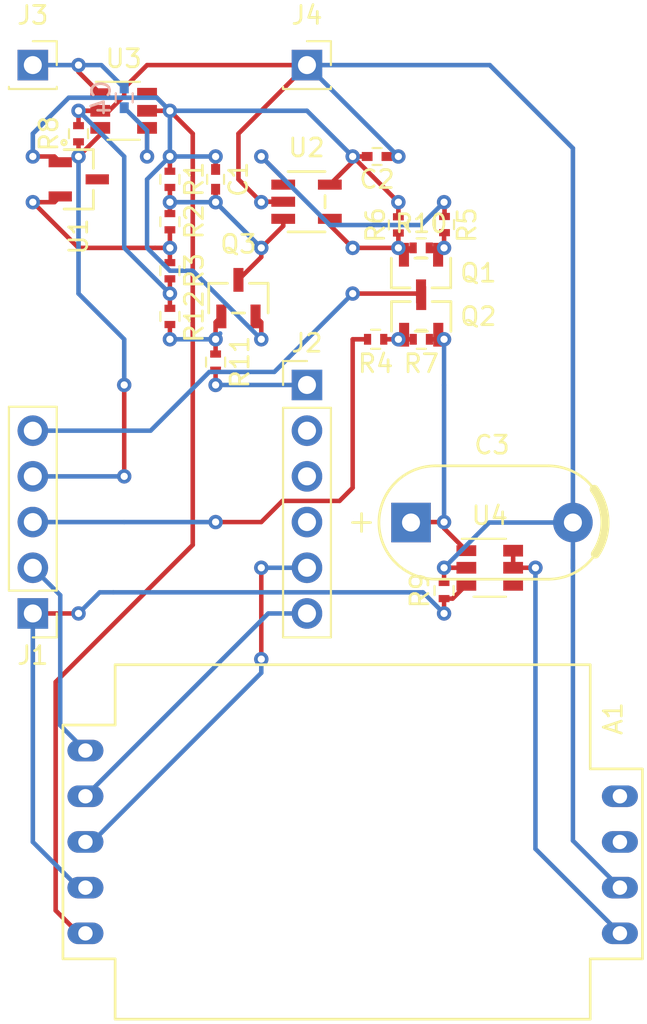
<source format=kicad_pcb>
(kicad_pcb (version 20171130) (host pcbnew 5.1.9-73d0e3b20d~88~ubuntu20.04.1)

  (general
    (thickness 1.6)
    (drawings 34)
    (tracks 220)
    (zones 0)
    (modules 28)
    (nets 29)
  )

  (page A4)
  (layers
    (0 F.Cu signal)
    (31 B.Cu signal)
    (32 B.Adhes user hide)
    (33 F.Adhes user hide)
    (34 B.Paste user hide)
    (35 F.Paste user hide)
    (36 B.SilkS user)
    (37 F.SilkS user)
    (38 B.Mask user)
    (39 F.Mask user)
    (40 Dwgs.User user)
    (41 Cmts.User user hide)
    (42 Eco1.User user hide)
    (43 Eco2.User user hide)
    (44 Edge.Cuts user hide)
    (45 Margin user hide)
    (46 B.CrtYd user hide)
    (47 F.CrtYd user)
    (48 B.Fab user hide)
    (49 F.Fab user hide)
  )

  (setup
    (last_trace_width 0.25)
    (user_trace_width 0.254)
    (user_trace_width 1.27)
    (trace_clearance 0.2)
    (zone_clearance 0.508)
    (zone_45_only no)
    (trace_min 0.2)
    (via_size 0.8)
    (via_drill 0.4)
    (via_min_size 0.4)
    (via_min_drill 0.3)
    (uvia_size 0.3)
    (uvia_drill 0.1)
    (uvias_allowed no)
    (uvia_min_size 0.2)
    (uvia_min_drill 0.1)
    (edge_width 0.05)
    (segment_width 0.2)
    (pcb_text_width 0.3)
    (pcb_text_size 1.5 1.5)
    (mod_edge_width 0.12)
    (mod_text_size 1 1)
    (mod_text_width 0.15)
    (pad_size 1.524 1.524)
    (pad_drill 0.762)
    (pad_to_mask_clearance 0)
    (aux_axis_origin 0 0)
    (grid_origin 150 100)
    (visible_elements FFFFFF7F)
    (pcbplotparams
      (layerselection 0x010fc_ffffffff)
      (usegerberextensions false)
      (usegerberattributes true)
      (usegerberadvancedattributes true)
      (creategerberjobfile true)
      (excludeedgelayer true)
      (linewidth 0.100000)
      (plotframeref false)
      (viasonmask false)
      (mode 1)
      (useauxorigin false)
      (hpglpennumber 1)
      (hpglpenspeed 20)
      (hpglpendiameter 15.000000)
      (psnegative false)
      (psa4output false)
      (plotreference true)
      (plotvalue true)
      (plotinvisibletext false)
      (padsonsilk false)
      (subtractmaskfromsilk false)
      (outputformat 1)
      (mirror false)
      (drillshape 1)
      (scaleselection 1)
      (outputdirectory ""))
  )

  (net 0 "")
  (net 1 "Net-(A1-Pad1.1)")
  (net 2 /LP8_EN_MEAS)
  (net 3 GND)
  (net 4 /TxD)
  (net 5 "Net-(A1-Pad1.3)")
  (net 6 /RxD)
  (net 7 "Net-(A1-Pad1.4)")
  (net 8 /LP8_MEAS_RDY)
  (net 9 /LP8_VCAP)
  (net 10 /LP8_EN_PWR)
  (net 11 "Net-(Q1-Pad1)")
  (net 12 /LP8/V-)
  (net 13 "Net-(Q2-Pad1)")
  (net 14 "Net-(R2-Pad2)")
  (net 15 "Net-(R5-Pad2)")
  (net 16 /3V3)
  (net 17 "Net-(U4-Pad4)")
  (net 18 /LP8/LP8_3V3)
  (net 19 "Net-(U1-Pad3)")
  (net 20 "Net-(C4-Pad2)")
  (net 21 /LP8/V+)
  (net 22 "Net-(Q3-Pad1)")
  (net 23 /LP8_EN_CHARGE)
  (net 24 /SDA)
  (net 25 /SCL)
  (net 26 "Net-(J2-Pad2)")
  (net 27 /LP8_EN_REV_BLOCK)
  (net 28 "Net-(C3-Pad1)")

  (net_class Default "This is the default net class."
    (clearance 0.2)
    (trace_width 0.25)
    (via_dia 0.8)
    (via_drill 0.4)
    (uvia_dia 0.3)
    (uvia_drill 0.1)
    (add_net /3V3)
    (add_net /LP8/LP8_3V3)
    (add_net /LP8/V+)
    (add_net /LP8/V-)
    (add_net /LP8_EN_CHARGE)
    (add_net /LP8_EN_MEAS)
    (add_net /LP8_EN_PWR)
    (add_net /LP8_EN_REV_BLOCK)
    (add_net /LP8_MEAS_RDY)
    (add_net /LP8_VCAP)
    (add_net /RxD)
    (add_net /SCL)
    (add_net /SDA)
    (add_net /TxD)
    (add_net GND)
    (add_net "Net-(A1-Pad1.1)")
    (add_net "Net-(A1-Pad1.3)")
    (add_net "Net-(A1-Pad1.4)")
    (add_net "Net-(C3-Pad1)")
    (add_net "Net-(C4-Pad2)")
    (add_net "Net-(J2-Pad2)")
    (add_net "Net-(Q1-Pad1)")
    (add_net "Net-(Q2-Pad1)")
    (add_net "Net-(Q3-Pad1)")
    (add_net "Net-(R2-Pad2)")
    (add_net "Net-(R5-Pad2)")
    (add_net "Net-(U1-Pad3)")
    (add_net "Net-(U4-Pad4)")
  )

  (module passives:R_0402 (layer F.Cu) (tedit 5C2E3A31) (tstamp 5FA8853C)
    (at 143.65 92.38 270)
    (descr "Resistor SMD 0402, reflow soldering, Vishay (see dcrcw.pdf)")
    (tags "resistor 0402")
    (path /5FB314E3/5FA8DFF0)
    (attr smd)
    (fp_text reference R11 (at 0 -1.35 270) (layer F.SilkS)
      (effects (font (size 1 1) (thickness 0.15)))
    )
    (fp_text value 1k1 (at 0 1.45 270) (layer F.Fab)
      (effects (font (size 1 1) (thickness 0.15)))
    )
    (fp_line (start -0.5 0.25) (end -0.5 -0.25) (layer F.Fab) (width 0.1))
    (fp_line (start 0.5 0.25) (end -0.5 0.25) (layer F.Fab) (width 0.1))
    (fp_line (start 0.5 -0.25) (end 0.5 0.25) (layer F.Fab) (width 0.1))
    (fp_line (start -0.5 -0.25) (end 0.5 -0.25) (layer F.Fab) (width 0.1))
    (fp_line (start 0.25 -0.53) (end -0.25 -0.53) (layer F.SilkS) (width 0.12))
    (fp_line (start -0.25 0.53) (end 0.25 0.53) (layer F.SilkS) (width 0.12))
    (fp_line (start -0.8 -0.45) (end 0.8 -0.45) (layer F.CrtYd) (width 0.05))
    (fp_line (start -0.8 -0.45) (end -0.8 0.45) (layer F.CrtYd) (width 0.05))
    (fp_line (start 0.8 0.45) (end 0.8 -0.45) (layer F.CrtYd) (width 0.05))
    (fp_line (start 0.8 0.45) (end -0.8 0.45) (layer F.CrtYd) (width 0.05))
    (fp_text user %R (at 0 -1.35 270) (layer F.Fab)
      (effects (font (size 1 1) (thickness 0.15)))
    )
    (pad 1 smd rect (at -0.45 0 270) (size 0.4 0.6) (layers F.Cu F.Paste F.Mask)
      (net 22 "Net-(Q3-Pad1)"))
    (pad 2 smd rect (at 0.45 0 270) (size 0.4 0.6) (layers F.Cu F.Paste F.Mask)
      (net 23 /LP8_EN_CHARGE))
    (model ${KISYS3DMOD}/Resistor_SMD.3dshapes/R_0402_1005Metric.step
      (at (xyz 0 0 0))
      (scale (xyz 1 1 1))
      (rotate (xyz 0 0 0))
    )
  )

  (module Connector_PinHeader_2.54mm:PinHeader_1x06_P2.54mm_Vertical (layer F.Cu) (tedit 59FED5CC) (tstamp 5FA8F624)
    (at 148.73 93.65)
    (descr "Through hole straight pin header, 1x06, 2.54mm pitch, single row")
    (tags "Through hole pin header THT 1x06 2.54mm single row")
    (path /5FAE2FEA)
    (fp_text reference J2 (at 0 -2.33) (layer F.SilkS)
      (effects (font (size 1 1) (thickness 0.15)))
    )
    (fp_text value Conn_01x06_Male (at 0 15.03) (layer F.Fab)
      (effects (font (size 1 1) (thickness 0.15)))
    )
    (fp_line (start 1.8 -1.8) (end -1.8 -1.8) (layer F.CrtYd) (width 0.05))
    (fp_line (start 1.8 14.5) (end 1.8 -1.8) (layer F.CrtYd) (width 0.05))
    (fp_line (start -1.8 14.5) (end 1.8 14.5) (layer F.CrtYd) (width 0.05))
    (fp_line (start -1.8 -1.8) (end -1.8 14.5) (layer F.CrtYd) (width 0.05))
    (fp_line (start -1.33 -1.33) (end 0 -1.33) (layer F.SilkS) (width 0.12))
    (fp_line (start -1.33 0) (end -1.33 -1.33) (layer F.SilkS) (width 0.12))
    (fp_line (start -1.33 1.27) (end 1.33 1.27) (layer F.SilkS) (width 0.12))
    (fp_line (start 1.33 1.27) (end 1.33 14.03) (layer F.SilkS) (width 0.12))
    (fp_line (start -1.33 1.27) (end -1.33 14.03) (layer F.SilkS) (width 0.12))
    (fp_line (start -1.33 14.03) (end 1.33 14.03) (layer F.SilkS) (width 0.12))
    (fp_line (start -1.27 -0.635) (end -0.635 -1.27) (layer F.Fab) (width 0.1))
    (fp_line (start -1.27 13.97) (end -1.27 -0.635) (layer F.Fab) (width 0.1))
    (fp_line (start 1.27 13.97) (end -1.27 13.97) (layer F.Fab) (width 0.1))
    (fp_line (start 1.27 -1.27) (end 1.27 13.97) (layer F.Fab) (width 0.1))
    (fp_line (start -0.635 -1.27) (end 1.27 -1.27) (layer F.Fab) (width 0.1))
    (fp_text user %R (at 0 6.35 90) (layer F.Fab)
      (effects (font (size 1 1) (thickness 0.15)))
    )
    (pad 6 thru_hole oval (at 0 12.7) (size 1.7 1.7) (drill 1) (layers *.Cu *.Mask)
      (net 6 /RxD))
    (pad 5 thru_hole oval (at 0 10.16) (size 1.7 1.7) (drill 1) (layers *.Cu *.Mask)
      (net 4 /TxD))
    (pad 4 thru_hole oval (at 0 7.62) (size 1.7 1.7) (drill 1) (layers *.Cu *.Mask)
      (net 24 /SDA))
    (pad 3 thru_hole oval (at 0 5.08) (size 1.7 1.7) (drill 1) (layers *.Cu *.Mask)
      (net 25 /SCL))
    (pad 2 thru_hole oval (at 0 2.54) (size 1.7 1.7) (drill 1) (layers *.Cu *.Mask)
      (net 26 "Net-(J2-Pad2)"))
    (pad 1 thru_hole rect (at 0 0) (size 1.7 1.7) (drill 1) (layers *.Cu *.Mask)
      (net 23 /LP8_EN_CHARGE))
    (model ${KISYS3DMOD}/Connector_PinHeader_2.54mm.3dshapes/PinHeader_1x06_P2.54mm_Vertical.wrl
      (at (xyz 0 0 0))
      (scale (xyz 1 1 1))
      (rotate (xyz 0 0 0))
    )
  )

  (module passives:R_0402 (layer F.Cu) (tedit 5C2E3A31) (tstamp 5FA8854D)
    (at 141.11 89.84 270)
    (descr "Resistor SMD 0402, reflow soldering, Vishay (see dcrcw.pdf)")
    (tags "resistor 0402")
    (path /5FB314E3/5FA9149F)
    (attr smd)
    (fp_text reference R12 (at 0 -1.35 90) (layer F.SilkS)
      (effects (font (size 1 1) (thickness 0.15)))
    )
    (fp_text value 100k (at 0 1.45 90) (layer F.Fab)
      (effects (font (size 1 1) (thickness 0.15)))
    )
    (fp_line (start -0.5 0.25) (end -0.5 -0.25) (layer F.Fab) (width 0.1))
    (fp_line (start 0.5 0.25) (end -0.5 0.25) (layer F.Fab) (width 0.1))
    (fp_line (start 0.5 -0.25) (end 0.5 0.25) (layer F.Fab) (width 0.1))
    (fp_line (start -0.5 -0.25) (end 0.5 -0.25) (layer F.Fab) (width 0.1))
    (fp_line (start 0.25 -0.53) (end -0.25 -0.53) (layer F.SilkS) (width 0.12))
    (fp_line (start -0.25 0.53) (end 0.25 0.53) (layer F.SilkS) (width 0.12))
    (fp_line (start -0.8 -0.45) (end 0.8 -0.45) (layer F.CrtYd) (width 0.05))
    (fp_line (start -0.8 -0.45) (end -0.8 0.45) (layer F.CrtYd) (width 0.05))
    (fp_line (start 0.8 0.45) (end 0.8 -0.45) (layer F.CrtYd) (width 0.05))
    (fp_line (start 0.8 0.45) (end -0.8 0.45) (layer F.CrtYd) (width 0.05))
    (fp_text user %R (at 0 -1.35 90) (layer F.Fab)
      (effects (font (size 1 1) (thickness 0.15)))
    )
    (pad 1 smd rect (at -0.45 0 270) (size 0.4 0.6) (layers F.Cu F.Paste F.Mask)
      (net 3 GND))
    (pad 2 smd rect (at 0.45 0 270) (size 0.4 0.6) (layers F.Cu F.Paste F.Mask)
      (net 22 "Net-(Q3-Pad1)"))
    (model ${KISYS3DMOD}/Resistor_SMD.3dshapes/R_0402_1005Metric.step
      (at (xyz 0 0 0))
      (scale (xyz 1 1 1))
      (rotate (xyz 0 0 0))
    )
  )

  (module semiconductors:SI2315BDS-T1-E3 (layer F.Cu) (tedit 5C2BE8E1) (tstamp 5FA888D3)
    (at 144.92 88.824)
    (path /5FB314E3/5FAA4810)
    (fp_text reference Q3 (at 0 -3 180) (layer F.SilkS)
      (effects (font (size 1 1) (thickness 0.15)))
    )
    (fp_text value PMOS-SI2315BDS-T1-E3 (at 0 3 180) (layer F.Fab)
      (effects (font (size 1 1) (thickness 0.15)))
    )
    (fp_circle (center -1.27 0.4445) (end -1.143 0.4445) (layer F.Fab) (width 0.1524))
    (fp_line (start -1.778 0.9525) (end -1.778 -0.9525) (layer F.CrtYd) (width 0.1524))
    (fp_line (start -1.458 0.9525) (end -1.778 0.9525) (layer F.CrtYd) (width 0.1524))
    (fp_line (start -1.458 1.9304) (end -1.458 0.9525) (layer F.CrtYd) (width 0.1524))
    (fp_line (start 1.458 1.9304) (end -1.458 1.9304) (layer F.CrtYd) (width 0.1524))
    (fp_line (start 1.458 0.9525) (end 1.458 1.9304) (layer F.CrtYd) (width 0.1524))
    (fp_line (start 1.778 0.9525) (end 1.458 0.9525) (layer F.CrtYd) (width 0.1524))
    (fp_line (start 1.778 -0.9525) (end 1.778 0.9525) (layer F.CrtYd) (width 0.1524))
    (fp_line (start 0.508 -0.9525) (end 1.778 -0.9525) (layer F.CrtYd) (width 0.1524))
    (fp_line (start 0.508 -1.9304) (end 0.508 -0.9525) (layer F.CrtYd) (width 0.1524))
    (fp_line (start -0.508 -1.9304) (end 0.508 -1.9304) (layer F.CrtYd) (width 0.1524))
    (fp_line (start -0.508 -0.9525) (end -0.508 -1.9304) (layer F.CrtYd) (width 0.1524))
    (fp_line (start -1.778 -0.9525) (end -0.508 -0.9525) (layer F.CrtYd) (width 0.1524))
    (fp_line (start -0.61214 -0.8255) (end -1.651 -0.8255) (layer F.SilkS) (width 0.1524))
    (fp_line (start -1.524 -0.6985) (end -1.524 0.6985) (layer F.Fab) (width 0.1524))
    (fp_line (start 1.524 -0.6985) (end -1.524 -0.6985) (layer F.Fab) (width 0.1524))
    (fp_line (start 1.524 0.6985) (end 1.524 -0.6985) (layer F.Fab) (width 0.1524))
    (fp_line (start -1.524 0.6985) (end 1.524 0.6985) (layer F.Fab) (width 0.1524))
    (fp_line (start -1.651 -0.8255) (end -1.651 0.8255) (layer F.SilkS) (width 0.1524))
    (fp_line (start 1.651 -0.8255) (end 0.61214 -0.8255) (layer F.SilkS) (width 0.1524))
    (fp_line (start 1.651 0.8255) (end 1.651 -0.8255) (layer F.SilkS) (width 0.1524))
    (fp_line (start -0.337861 0.8255) (end 0.337861 0.8255) (layer F.SilkS) (width 0.1524))
    (fp_line (start -0.254 -1.3208) (end -0.254 -0.6985) (layer F.Fab) (width 0.1524))
    (fp_line (start 0.254 -1.3208) (end -0.254 -1.3208) (layer F.Fab) (width 0.1524))
    (fp_line (start 0.254 -0.6985) (end 0.254 -1.3208) (layer F.Fab) (width 0.1524))
    (fp_line (start -0.254 -0.6985) (end 0.254 -0.6985) (layer F.Fab) (width 0.1524))
    (fp_line (start 1.204 1.3208) (end 1.204 0.6985) (layer F.Fab) (width 0.1524))
    (fp_line (start 0.696 1.3208) (end 1.204 1.3208) (layer F.Fab) (width 0.1524))
    (fp_line (start 0.696 0.6985) (end 0.696 1.3208) (layer F.Fab) (width 0.1524))
    (fp_line (start 1.204 0.6985) (end 0.696 0.6985) (layer F.Fab) (width 0.1524))
    (fp_line (start -0.696 1.3208) (end -0.696 0.6985) (layer F.Fab) (width 0.1524))
    (fp_line (start -1.204 1.3208) (end -0.696 1.3208) (layer F.Fab) (width 0.1524))
    (fp_line (start -1.204 0.6985) (end -1.204 1.3208) (layer F.Fab) (width 0.1524))
    (fp_line (start -0.696 0.6985) (end -1.204 0.6985) (layer F.Fab) (width 0.1524))
    (pad 3 smd rect (at 0 -1.016) (size 0.5588 1.3208) (layers F.Cu F.Paste F.Mask)
      (net 21 /LP8/V+))
    (pad 2 smd rect (at 0.950001 1.016) (size 0.5588 1.3208) (layers F.Cu F.Paste F.Mask)
      (net 18 /LP8/LP8_3V3))
    (pad 1 smd rect (at -0.950001 1.016) (size 0.5588 1.3208) (layers F.Cu F.Paste F.Mask)
      (net 22 "Net-(Q3-Pad1)"))
    (model ${KIPRJMOD}/components/semiconductors.3dshapes/SI2315BDS-T1-E3.stp
      (at (xyz 0 0 0))
      (scale (xyz 1 1 1))
      (rotate (xyz 0 0 -90))
    )
  )

  (module passives:C_0402 (layer B.Cu) (tedit 5C297C88) (tstamp 5FA86377)
    (at 138.57 77.69 270)
    (descr "Capacitor SMD 0402, reflow soldering, AVX (see smccp.pdf)")
    (tags "capacitor 0402")
    (path /5FB314E3/5FA912BF)
    (attr smd)
    (fp_text reference C4 (at 0 1.27 90) (layer B.SilkS)
      (effects (font (size 1 1) (thickness 0.15)) (justify mirror))
    )
    (fp_text value 470p (at 0 -1.27 90) (layer B.Fab)
      (effects (font (size 1 1) (thickness 0.15)) (justify mirror))
    )
    (fp_line (start -0.5 -0.25) (end -0.5 0.25) (layer B.Fab) (width 0.1))
    (fp_line (start 0.5 -0.25) (end -0.5 -0.25) (layer B.Fab) (width 0.1))
    (fp_line (start 0.5 0.25) (end 0.5 -0.25) (layer B.Fab) (width 0.1))
    (fp_line (start -0.5 0.25) (end 0.5 0.25) (layer B.Fab) (width 0.1))
    (fp_line (start 0.25 0.47) (end -0.25 0.47) (layer B.SilkS) (width 0.12))
    (fp_line (start -0.25 -0.47) (end 0.25 -0.47) (layer B.SilkS) (width 0.12))
    (fp_line (start -1 0.4) (end 1 0.4) (layer B.CrtYd) (width 0.05))
    (fp_line (start -1 0.4) (end -1 -0.4) (layer B.CrtYd) (width 0.05))
    (fp_line (start 1 -0.4) (end 1 0.4) (layer B.CrtYd) (width 0.05))
    (fp_line (start 1 -0.4) (end -1 -0.4) (layer B.CrtYd) (width 0.05))
    (fp_text user %R (at 0 1.27 90) (layer B.Fab)
      (effects (font (size 1 1) (thickness 0.15)) (justify mirror))
    )
    (pad 1 smd rect (at -0.55 0 270) (size 0.6 0.5) (layers B.Cu B.Paste B.Mask)
      (net 16 /3V3))
    (pad 2 smd rect (at 0.55 0 270) (size 0.6 0.5) (layers B.Cu B.Paste B.Mask)
      (net 20 "Net-(C4-Pad2)"))
    (model ${KISYS3DMOD}/Capacitor_SMD.3dshapes/C_0402_1005Metric.step
      (at (xyz 0 0 0))
      (scale (xyz 1 1 1))
      (rotate (xyz 0 0 0))
    )
  )

  (module passives:R_0402 (layer F.Cu) (tedit 5C2E3A31) (tstamp 5FA85D00)
    (at 155.08 86.03)
    (descr "Resistor SMD 0402, reflow soldering, Vishay (see dcrcw.pdf)")
    (tags "resistor 0402")
    (path /5FB314E3/5FA8C180)
    (attr smd)
    (fp_text reference R10 (at 0 -1.35) (layer F.SilkS)
      (effects (font (size 1 1) (thickness 0.15)))
    )
    (fp_text value 100k (at 0 1.45) (layer F.Fab)
      (effects (font (size 1 1) (thickness 0.15)))
    )
    (fp_line (start -0.5 0.25) (end -0.5 -0.25) (layer F.Fab) (width 0.1))
    (fp_line (start 0.5 0.25) (end -0.5 0.25) (layer F.Fab) (width 0.1))
    (fp_line (start 0.5 -0.25) (end 0.5 0.25) (layer F.Fab) (width 0.1))
    (fp_line (start -0.5 -0.25) (end 0.5 -0.25) (layer F.Fab) (width 0.1))
    (fp_line (start 0.25 -0.53) (end -0.25 -0.53) (layer F.SilkS) (width 0.12))
    (fp_line (start -0.25 0.53) (end 0.25 0.53) (layer F.SilkS) (width 0.12))
    (fp_line (start -0.8 -0.45) (end 0.8 -0.45) (layer F.CrtYd) (width 0.05))
    (fp_line (start -0.8 -0.45) (end -0.8 0.45) (layer F.CrtYd) (width 0.05))
    (fp_line (start 0.8 0.45) (end 0.8 -0.45) (layer F.CrtYd) (width 0.05))
    (fp_line (start 0.8 0.45) (end -0.8 0.45) (layer F.CrtYd) (width 0.05))
    (fp_text user %R (at 0 -1.35) (layer F.Fab)
      (effects (font (size 1 1) (thickness 0.15)))
    )
    (pad 1 smd rect (at -0.45 0) (size 0.4 0.6) (layers F.Cu F.Paste F.Mask)
      (net 12 /LP8/V-))
    (pad 2 smd rect (at 0.45 0) (size 0.4 0.6) (layers F.Cu F.Paste F.Mask)
      (net 11 "Net-(Q1-Pad1)"))
    (model ${KISYS3DMOD}/Resistor_SMD.3dshapes/R_0402_1005Metric.step
      (at (xyz 0 0 0))
      (scale (xyz 1 1 1))
      (rotate (xyz 0 0 0))
    )
  )

  (module passives:R_0402 (layer F.Cu) (tedit 5C2E3A31) (tstamp 5FA3AE4D)
    (at 156.35 105.0745 90)
    (descr "Resistor SMD 0402, reflow soldering, Vishay (see dcrcw.pdf)")
    (tags "resistor 0402")
    (path /5FB314E3/5FA3E812)
    (attr smd)
    (fp_text reference R9 (at 0 -1.35 90) (layer F.SilkS)
      (effects (font (size 1 1) (thickness 0.15)))
    )
    (fp_text value 100k (at 0 1.45 90) (layer F.Fab)
      (effects (font (size 1 1) (thickness 0.15)))
    )
    (fp_line (start 0.8 0.45) (end -0.8 0.45) (layer F.CrtYd) (width 0.05))
    (fp_line (start 0.8 0.45) (end 0.8 -0.45) (layer F.CrtYd) (width 0.05))
    (fp_line (start -0.8 -0.45) (end -0.8 0.45) (layer F.CrtYd) (width 0.05))
    (fp_line (start -0.8 -0.45) (end 0.8 -0.45) (layer F.CrtYd) (width 0.05))
    (fp_line (start -0.25 0.53) (end 0.25 0.53) (layer F.SilkS) (width 0.12))
    (fp_line (start 0.25 -0.53) (end -0.25 -0.53) (layer F.SilkS) (width 0.12))
    (fp_line (start -0.5 -0.25) (end 0.5 -0.25) (layer F.Fab) (width 0.1))
    (fp_line (start 0.5 -0.25) (end 0.5 0.25) (layer F.Fab) (width 0.1))
    (fp_line (start 0.5 0.25) (end -0.5 0.25) (layer F.Fab) (width 0.1))
    (fp_line (start -0.5 0.25) (end -0.5 -0.25) (layer F.Fab) (width 0.1))
    (fp_text user %R (at 0 -1.35 90) (layer F.Fab)
      (effects (font (size 1 1) (thickness 0.15)))
    )
    (pad 1 smd rect (at -0.45 0 90) (size 0.4 0.6) (layers F.Cu F.Paste F.Mask)
      (net 2 /LP8_EN_MEAS))
    (pad 2 smd rect (at 0.45 0 90) (size 0.4 0.6) (layers F.Cu F.Paste F.Mask)
      (net 3 GND))
    (model ${KISYS3DMOD}/Resistor_SMD.3dshapes/R_0402_1005Metric.step
      (at (xyz 0 0 0))
      (scale (xyz 1 1 1))
      (rotate (xyz 0 0 0))
    )
  )

  (module passives:R_0402 (layer F.Cu) (tedit 5C2E3A31) (tstamp 5FA3AFB0)
    (at 136.03 79.6855 270)
    (descr "Resistor SMD 0402, reflow soldering, Vishay (see dcrcw.pdf)")
    (tags "resistor 0402")
    (path /5FB314E3/5FA3A954)
    (attr smd)
    (fp_text reference R8 (at -0.0055 1.651 90) (layer F.SilkS)
      (effects (font (size 1 1) (thickness 0.15)))
    )
    (fp_text value 100k (at 0 1.45 90) (layer F.Fab)
      (effects (font (size 1 1) (thickness 0.15)))
    )
    (fp_line (start 0.8 0.45) (end -0.8 0.45) (layer F.CrtYd) (width 0.05))
    (fp_line (start 0.8 0.45) (end 0.8 -0.45) (layer F.CrtYd) (width 0.05))
    (fp_line (start -0.8 -0.45) (end -0.8 0.45) (layer F.CrtYd) (width 0.05))
    (fp_line (start -0.8 -0.45) (end 0.8 -0.45) (layer F.CrtYd) (width 0.05))
    (fp_line (start -0.25 0.53) (end 0.25 0.53) (layer F.SilkS) (width 0.12))
    (fp_line (start 0.25 -0.53) (end -0.25 -0.53) (layer F.SilkS) (width 0.12))
    (fp_line (start -0.5 -0.25) (end 0.5 -0.25) (layer F.Fab) (width 0.1))
    (fp_line (start 0.5 -0.25) (end 0.5 0.25) (layer F.Fab) (width 0.1))
    (fp_line (start 0.5 0.25) (end -0.5 0.25) (layer F.Fab) (width 0.1))
    (fp_line (start -0.5 0.25) (end -0.5 -0.25) (layer F.Fab) (width 0.1))
    (fp_text user %R (at 0 -1.35 90) (layer F.Fab)
      (effects (font (size 1 1) (thickness 0.15)))
    )
    (pad 1 smd rect (at -0.45 0 270) (size 0.4 0.6) (layers F.Cu F.Paste F.Mask)
      (net 3 GND))
    (pad 2 smd rect (at 0.45 0 270) (size 0.4 0.6) (layers F.Cu F.Paste F.Mask)
      (net 10 /LP8_EN_PWR))
    (model ${KISYS3DMOD}/Resistor_SMD.3dshapes/R_0402_1005Metric.step
      (at (xyz 0 0 0))
      (scale (xyz 1 1 1))
      (rotate (xyz 0 0 0))
    )
  )

  (module sensors-co2-lp8:LP8 (layer F.Cu) (tedit 5C312028) (tstamp 5F9F00F9)
    (at 151.27 119.05)
    (path /5FB314E3/5AEBC2CA)
    (fp_text reference A1 (at 14.478 -6.858 270) (layer F.SilkS)
      (effects (font (size 1 1) (thickness 0.15)))
    )
    (fp_text value SenseAir-LP8 (at 0 0 180) (layer F.Fab)
      (effects (font (size 1 1) (thickness 0.15)))
    )
    (fp_line (start -16.645 -5.08) (end -16.645 5.08) (layer F.Fab) (width 0.15))
    (fp_line (start -16.645 5.08) (end -16.359 5.08) (layer F.Fab) (width 0.15))
    (fp_line (start -13.205 6.5) (end -15.851 6.5) (layer F.Fab) (width 0.15))
    (fp_line (start -13.205 6.5) (end -13.205 9.088) (layer F.Fab) (width 0.15))
    (fp_line (start 13.205 6.5) (end 13.205 9.088) (layer F.Fab) (width 0.15))
    (fp_line (start 13.205 6.5) (end 16.105 6.5) (layer F.Fab) (width 0.15))
    (fp_line (start 16.105 -4.06) (end 16.105 6.5) (layer F.Fab) (width 0.15))
    (fp_line (start -13.205 -6.5) (end -13.205 -9.088) (layer F.Fab) (width 0.15))
    (fp_line (start -16.645 -5.08) (end -16.359 -5.08) (layer F.Fab) (width 0.15))
    (fp_line (start 13.205 -9.083) (end 13.205 -9.083) (layer F.Fab) (width 0.15))
    (fp_line (start -12.443 -9.85) (end 12.443 -9.85) (layer F.Fab) (width 0.15))
    (fp_line (start -12.443 9.85) (end 12.443 9.85) (layer F.Fab) (width 0.15))
    (fp_line (start 13.967 -4.06) (end 16.105 -4.06) (layer F.Fab) (width 0.15))
    (fp_line (start 13.205 -4.822) (end 13.205 -9.083) (layer F.Fab) (width 0.15))
    (fp_line (start -15.851 -6.5) (end -13.205 -6.5) (layer F.Fab) (width 0.15))
    (fp_line (start -16.105 -5.334) (end -16.105 -6.246) (layer F.Fab) (width 0.15))
    (fp_line (start -16.105 5.334) (end -16.105 6.246) (layer F.Fab) (width 0.15))
    (fp_line (start -13.205 6.5) (end -13.205 9.85) (layer F.SilkS) (width 0.15))
    (fp_line (start -13.205 6.5) (end -16.105 6.5) (layer F.SilkS) (width 0.15))
    (fp_line (start -16.105 -6.5) (end -13.205 -6.5) (layer F.SilkS) (width 0.15))
    (fp_line (start 13.205 6.5) (end 16.105 6.5) (layer F.SilkS) (width 0.15))
    (fp_line (start 13.205 -4.06) (end 16.105 -4.06) (layer F.SilkS) (width 0.15))
    (fp_line (start 13.205 -4.06) (end 13.205 -9.85) (layer F.SilkS) (width 0.15))
    (fp_line (start -13.205 9.85) (end 13.205 9.85) (layer F.SilkS) (width 0.15))
    (fp_line (start 13.205 6.5) (end 13.205 9.85) (layer F.SilkS) (width 0.15))
    (fp_line (start -13.205 -6.5) (end -13.205 -9.85) (layer F.SilkS) (width 0.15))
    (fp_line (start 16.105 -4.06) (end 16.105 6.5) (layer F.SilkS) (width 0.15))
    (fp_line (start -16.105 -6.5) (end -16.105 6.5) (layer F.SilkS) (width 0.15))
    (fp_line (start -13.205 -9.85) (end 13.205 -9.85) (layer F.SilkS) (width 0.15))
    (fp_line (start 13.405 6.7) (end 13.405 10.05) (layer F.CrtYd) (width 0.15))
    (fp_line (start -16.845 -6.7) (end -16.845 6.7) (layer F.CrtYd) (width 0.15))
    (fp_line (start 16.305 -4.26) (end 16.305 6.7) (layer F.CrtYd) (width 0.15))
    (fp_line (start -13.405 -6.7) (end -13.405 -10.05) (layer F.CrtYd) (width 0.15))
    (fp_line (start -16.845 -6.7) (end -13.405 -6.7) (layer F.CrtYd) (width 0.15))
    (fp_line (start -13.405 6.7) (end -16.845 6.7) (layer F.CrtYd) (width 0.15))
    (fp_line (start -13.405 6.7) (end -13.405 10.05) (layer F.CrtYd) (width 0.15))
    (fp_line (start 13.405 -4.26) (end 16.305 -4.26) (layer F.CrtYd) (width 0.15))
    (fp_line (start 13.405 6.7) (end 16.305 6.7) (layer F.CrtYd) (width 0.15))
    (fp_line (start 13.405 -4.26) (end 13.405 -10.05) (layer F.CrtYd) (width 0.15))
    (fp_line (start -13.405 -10.05) (end 13.405 -10.05) (layer F.CrtYd) (width 0.15))
    (fp_line (start -13.405 10.05) (end 13.405 10.05) (layer F.CrtYd) (width 0.15))
    (fp_arc (start 12.443 -9.083) (end 13.205 -9.083) (angle -90) (layer F.Fab) (width 0.15))
    (fp_arc (start -12.443 -9.088) (end -12.443 -9.85) (angle -90) (layer F.Fab) (width 0.15))
    (fp_arc (start -12.443 9.088) (end -13.205 9.088) (angle -90) (layer F.Fab) (width 0.15))
    (fp_arc (start 12.443 9.088) (end 12.443 9.85) (angle -90) (layer F.Fab) (width 0.15))
    (fp_arc (start 13.967 -4.822) (end 13.205 -4.822) (angle -90) (layer F.Fab) (width 0.15))
    (fp_arc (start -15.851 -6.246) (end -15.851 -6.5) (angle -90) (layer F.Fab) (width 0.15))
    (fp_arc (start -16.359 -5.334) (end -16.359 -5.08) (angle -90) (layer F.Fab) (width 0.15))
    (fp_arc (start -16.359 5.334) (end -16.105 5.334) (angle -90) (layer F.Fab) (width 0.15))
    (fp_arc (start -15.851 6.246) (end -16.105 6.246) (angle -90) (layer F.Fab) (width 0.15))
    (pad 2.1 thru_hole oval (at -14.855 5.08 90) (size 1.2 2) (drill 0.8) (layers *.Cu *.Mask)
      (net 18 /LP8/LP8_3V3))
    (pad 1.1 thru_hole oval (at 14.855 5.08 90) (size 1.2 2) (drill 0.8) (layers *.Cu *.Mask)
      (net 1 "Net-(A1-Pad1.1)"))
    (pad 2.2 thru_hole oval (at -14.855 2.54 90) (size 1.2 2) (drill 0.8) (layers *.Cu *.Mask)
      (net 2 /LP8_EN_MEAS))
    (pad 1.2 thru_hole oval (at 14.855 2.54 90) (size 1.2 2) (drill 0.8) (layers *.Cu *.Mask)
      (net 3 GND))
    (pad 2.3 thru_hole oval (at -14.855 0 90) (size 1.2 2) (drill 0.8) (layers *.Cu *.Mask)
      (net 4 /TxD))
    (pad 1.3 thru_hole oval (at 14.855 0 90) (size 1.2 2) (drill 0.8) (layers *.Cu *.Mask)
      (net 5 "Net-(A1-Pad1.3)"))
    (pad 2.4 thru_hole oval (at -14.855 -2.54 90) (size 1.2 2) (drill 0.8) (layers *.Cu *.Mask)
      (net 6 /RxD))
    (pad 1.4 thru_hole oval (at 14.855 -2.54 90) (size 1.2 2) (drill 0.8) (layers *.Cu *.Mask)
      (net 7 "Net-(A1-Pad1.4)"))
    (pad 2.5 thru_hole oval (at -14.855 -5.08 90) (size 1.2 2) (drill 0.8) (layers *.Cu *.Mask)
      (net 8 /LP8_MEAS_RDY))
    (model ${KIPRJMOD}/components/sensors-co2-lp8.3dshapes/lp8.stp
      (offset (xyz 0 0 8))
      (scale (xyz 1 1 1))
      (rotate (xyz 0 180 180))
    )
  )

  (module Connector_PinSocket_2.54mm:PinSocket_1x01_P2.54mm_Vertical (layer F.Cu) (tedit 5A19A434) (tstamp 5F9F7FF1)
    (at 148.73 75.87)
    (descr "Through hole straight socket strip, 1x01, 2.54mm pitch, single row (from Kicad 4.0.7), script generated")
    (tags "Through hole socket strip THT 1x01 2.54mm single row")
    (path /5FA02F41)
    (fp_text reference J4 (at 0 -2.77) (layer F.SilkS)
      (effects (font (size 1 1) (thickness 0.15)))
    )
    (fp_text value Conn_01x01_Male (at 0 2.77) (layer F.Fab)
      (effects (font (size 1 1) (thickness 0.15)))
    )
    (fp_line (start -1.8 1.75) (end -1.8 -1.8) (layer F.CrtYd) (width 0.05))
    (fp_line (start 1.75 1.75) (end -1.8 1.75) (layer F.CrtYd) (width 0.05))
    (fp_line (start 1.75 -1.8) (end 1.75 1.75) (layer F.CrtYd) (width 0.05))
    (fp_line (start -1.8 -1.8) (end 1.75 -1.8) (layer F.CrtYd) (width 0.05))
    (fp_line (start 0 -1.33) (end 1.33 -1.33) (layer F.SilkS) (width 0.12))
    (fp_line (start 1.33 -1.33) (end 1.33 0) (layer F.SilkS) (width 0.12))
    (fp_line (start 1.33 1.21) (end 1.33 1.33) (layer F.SilkS) (width 0.12))
    (fp_line (start -1.33 1.21) (end -1.33 1.33) (layer F.SilkS) (width 0.12))
    (fp_line (start -1.33 1.33) (end 1.33 1.33) (layer F.SilkS) (width 0.12))
    (fp_line (start -1.27 1.27) (end -1.27 -1.27) (layer F.Fab) (width 0.1))
    (fp_line (start 1.27 1.27) (end -1.27 1.27) (layer F.Fab) (width 0.1))
    (fp_line (start 1.27 -0.635) (end 1.27 1.27) (layer F.Fab) (width 0.1))
    (fp_line (start 0.635 -1.27) (end 1.27 -0.635) (layer F.Fab) (width 0.1))
    (fp_line (start -1.27 -1.27) (end 0.635 -1.27) (layer F.Fab) (width 0.1))
    (fp_text user %R (at 0 0) (layer F.Fab)
      (effects (font (size 1 1) (thickness 0.15)))
    )
    (pad 1 thru_hole rect (at 0 0) (size 1.7 1.7) (drill 1) (layers *.Cu *.Mask)
      (net 3 GND))
    (model ${KISYS3DMOD}/Connector_PinSocket_2.54mm.3dshapes/PinSocket_1x01_P2.54mm_Vertical.wrl
      (at (xyz 0 0 0))
      (scale (xyz 1 1 1))
      (rotate (xyz 0 0 0))
    )
  )

  (module Connector_PinSocket_2.54mm:PinSocket_1x01_P2.54mm_Vertical (layer F.Cu) (tedit 5A19A434) (tstamp 5F9F75CB)
    (at 133.49 75.87)
    (descr "Through hole straight socket strip, 1x01, 2.54mm pitch, single row (from Kicad 4.0.7), script generated")
    (tags "Through hole socket strip THT 1x01 2.54mm single row")
    (path /5FA00A7B)
    (fp_text reference J3 (at 0 -2.77) (layer F.SilkS)
      (effects (font (size 1 1) (thickness 0.15)))
    )
    (fp_text value Conn_01x01_Male (at 0 2.77) (layer F.Fab)
      (effects (font (size 1 1) (thickness 0.15)))
    )
    (fp_line (start -1.8 1.75) (end -1.8 -1.8) (layer F.CrtYd) (width 0.05))
    (fp_line (start 1.75 1.75) (end -1.8 1.75) (layer F.CrtYd) (width 0.05))
    (fp_line (start 1.75 -1.8) (end 1.75 1.75) (layer F.CrtYd) (width 0.05))
    (fp_line (start -1.8 -1.8) (end 1.75 -1.8) (layer F.CrtYd) (width 0.05))
    (fp_line (start 0 -1.33) (end 1.33 -1.33) (layer F.SilkS) (width 0.12))
    (fp_line (start 1.33 -1.33) (end 1.33 0) (layer F.SilkS) (width 0.12))
    (fp_line (start 1.33 1.21) (end 1.33 1.33) (layer F.SilkS) (width 0.12))
    (fp_line (start -1.33 1.21) (end -1.33 1.33) (layer F.SilkS) (width 0.12))
    (fp_line (start -1.33 1.33) (end 1.33 1.33) (layer F.SilkS) (width 0.12))
    (fp_line (start -1.27 1.27) (end -1.27 -1.27) (layer F.Fab) (width 0.1))
    (fp_line (start 1.27 1.27) (end -1.27 1.27) (layer F.Fab) (width 0.1))
    (fp_line (start 1.27 -0.635) (end 1.27 1.27) (layer F.Fab) (width 0.1))
    (fp_line (start 0.635 -1.27) (end 1.27 -0.635) (layer F.Fab) (width 0.1))
    (fp_line (start -1.27 -1.27) (end 0.635 -1.27) (layer F.Fab) (width 0.1))
    (fp_text user %R (at 0 0) (layer F.Fab)
      (effects (font (size 1 1) (thickness 0.15)))
    )
    (pad 1 thru_hole rect (at 0 0) (size 1.7 1.7) (drill 1) (layers *.Cu *.Mask)
      (net 16 /3V3))
    (model ${KISYS3DMOD}/Connector_PinSocket_2.54mm.3dshapes/PinSocket_1x01_P2.54mm_Vertical.wrl
      (at (xyz 0 0 0))
      (scale (xyz 1 1 1))
      (rotate (xyz 0 0 0))
    )
  )

  (module passives:C_0402 (layer F.Cu) (tedit 5C297C88) (tstamp 5F9F010A)
    (at 143.65 82.22 270)
    (descr "Capacitor SMD 0402, reflow soldering, AVX (see smccp.pdf)")
    (tags "capacitor 0402")
    (path /5FB314E3/5AEBC1FD)
    (attr smd)
    (fp_text reference C1 (at 0 -1.27 90) (layer F.SilkS)
      (effects (font (size 1 1) (thickness 0.15)))
    )
    (fp_text value 100n (at 0 1.27 90) (layer F.Fab)
      (effects (font (size 1 1) (thickness 0.15)))
    )
    (fp_line (start 1 0.4) (end -1 0.4) (layer F.CrtYd) (width 0.05))
    (fp_line (start 1 0.4) (end 1 -0.4) (layer F.CrtYd) (width 0.05))
    (fp_line (start -1 -0.4) (end -1 0.4) (layer F.CrtYd) (width 0.05))
    (fp_line (start -1 -0.4) (end 1 -0.4) (layer F.CrtYd) (width 0.05))
    (fp_line (start -0.25 0.47) (end 0.25 0.47) (layer F.SilkS) (width 0.12))
    (fp_line (start 0.25 -0.47) (end -0.25 -0.47) (layer F.SilkS) (width 0.12))
    (fp_line (start -0.5 -0.25) (end 0.5 -0.25) (layer F.Fab) (width 0.1))
    (fp_line (start 0.5 -0.25) (end 0.5 0.25) (layer F.Fab) (width 0.1))
    (fp_line (start 0.5 0.25) (end -0.5 0.25) (layer F.Fab) (width 0.1))
    (fp_line (start -0.5 0.25) (end -0.5 -0.25) (layer F.Fab) (width 0.1))
    (fp_text user %R (at 0 -1.27 90) (layer F.Fab)
      (effects (font (size 1 1) (thickness 0.15)))
    )
    (pad 2 smd rect (at 0.55 0 270) (size 0.6 0.5) (layers F.Cu F.Paste F.Mask)
      (net 21 /LP8/V+))
    (pad 1 smd rect (at -0.55 0 270) (size 0.6 0.5) (layers F.Cu F.Paste F.Mask)
      (net 18 /LP8/LP8_3V3))
    (model ${KISYS3DMOD}/Capacitor_SMD.3dshapes/C_0402_1005Metric.step
      (at (xyz 0 0 0))
      (scale (xyz 1 1 1))
      (rotate (xyz 0 0 0))
    )
  )

  (module passives:C_0402 (layer F.Cu) (tedit 5C297C88) (tstamp 5F9F011B)
    (at 152.625 80.95 180)
    (descr "Capacitor SMD 0402, reflow soldering, AVX (see smccp.pdf)")
    (tags "capacitor 0402")
    (path /5FB314E3/5C23FD7C)
    (attr smd)
    (fp_text reference C2 (at 0 -1.27) (layer F.SilkS)
      (effects (font (size 1 1) (thickness 0.15)))
    )
    (fp_text value 10n (at 0 1.27) (layer F.Fab)
      (effects (font (size 1 1) (thickness 0.15)))
    )
    (fp_line (start -0.5 0.25) (end -0.5 -0.25) (layer F.Fab) (width 0.1))
    (fp_line (start 0.5 0.25) (end -0.5 0.25) (layer F.Fab) (width 0.1))
    (fp_line (start 0.5 -0.25) (end 0.5 0.25) (layer F.Fab) (width 0.1))
    (fp_line (start -0.5 -0.25) (end 0.5 -0.25) (layer F.Fab) (width 0.1))
    (fp_line (start 0.25 -0.47) (end -0.25 -0.47) (layer F.SilkS) (width 0.12))
    (fp_line (start -0.25 0.47) (end 0.25 0.47) (layer F.SilkS) (width 0.12))
    (fp_line (start -1 -0.4) (end 1 -0.4) (layer F.CrtYd) (width 0.05))
    (fp_line (start -1 -0.4) (end -1 0.4) (layer F.CrtYd) (width 0.05))
    (fp_line (start 1 0.4) (end 1 -0.4) (layer F.CrtYd) (width 0.05))
    (fp_line (start 1 0.4) (end -1 0.4) (layer F.CrtYd) (width 0.05))
    (fp_text user %R (at 0 -1.27) (layer F.Fab)
      (effects (font (size 1 1) (thickness 0.15)))
    )
    (pad 1 smd rect (at -0.55 0 180) (size 0.6 0.5) (layers F.Cu F.Paste F.Mask)
      (net 3 GND))
    (pad 2 smd rect (at 0.55 0 180) (size 0.6 0.5) (layers F.Cu F.Paste F.Mask)
      (net 18 /LP8/LP8_3V3))
    (model ${KISYS3DMOD}/Capacitor_SMD.3dshapes/C_0402_1005Metric.step
      (at (xyz 0 0 0))
      (scale (xyz 1 1 1))
      (rotate (xyz 0 0 0))
    )
  )

  (module passives:AVX_SCM_L14.00_W6.30 (layer F.Cu) (tedit 5C2BB29D) (tstamp 5F9F0136)
    (at 159.0128 101.2954)
    (descr "C, Rect series, Radial, pin pitch=15.00mm, , length*width=16.5*6mm^2, Capacitor, https://en.tdk.eu/inf/20/20/db/fc_2009/MKT_B32560_564.pdf")
    (tags "C Rect series Radial pin pitch 15.00mm  length 16.5mm width 6mm Capacitor")
    (path /5FB314E3/5C2EBE58)
    (fp_text reference C3 (at 0 -4.31) (layer F.SilkS)
      (effects (font (size 1 1) (thickness 0.15)))
    )
    (fp_text value 470m (at 0 4.5) (layer F.Fab)
      (effects (font (size 1 1) (thickness 0.15)))
    )
    (fp_line (start -3.15 -3.15) (end 3.15 -3.15) (layer F.Fab) (width 0.1))
    (fp_line (start -3.15 3.15) (end 3.15 3.15) (layer F.Fab) (width 0.1))
    (fp_circle (center 4.5 0) (end 4.85 0) (layer F.Fab) (width 0.1))
    (fp_circle (center -4.5 0) (end -4.15 0) (layer F.Fab) (width 0.1))
    (fp_line (start -7.75 0) (end -6.75 0) (layer F.Fab) (width 0.15))
    (fp_line (start -7.25 -0.5) (end -7.25 0.5) (layer F.Fab) (width 0.15))
    (fp_line (start 6.75 0) (end 7.75 0) (layer F.Fab) (width 0.15))
    (fp_line (start -7.25 -0.5) (end -7.25 0.5) (layer F.SilkS) (width 0.15))
    (fp_line (start -3.15 3.15) (end 3.15 3.15) (layer F.SilkS) (width 0.15))
    (fp_line (start -7.75 0) (end -6.75 0) (layer F.SilkS) (width 0.15))
    (fp_line (start -3.15 -3.15) (end 3.15 -3.15) (layer F.SilkS) (width 0.15))
    (fp_line (start -3.15 -3.35) (end 3.15 -3.35) (layer F.CrtYd) (width 0.1))
    (fp_line (start -3.15 3.35) (end 3.15 3.35) (layer F.CrtYd) (width 0.1))
    (fp_arc (start 3.15 0) (end 3.15 3.15) (angle -180) (layer F.Fab) (width 0.1))
    (fp_arc (start -3.15 0) (end -3.15 -3.15) (angle -180) (layer F.Fab) (width 0.1))
    (fp_arc (start 3.15 0) (end 5.749999 1.749999) (angle -70) (layer F.Fab) (width 0.5))
    (fp_arc (start -3.15 0) (end -3.15 -3.15) (angle -180) (layer F.SilkS) (width 0.15))
    (fp_arc (start 3.15 0) (end 3.15 3.15) (angle -180) (layer F.SilkS) (width 0.15))
    (fp_arc (start 3.15 0) (end 5.749999 1.749999) (angle -70) (layer F.SilkS) (width 0.5))
    (fp_arc (start 3.15 0) (end 3.15 3.35) (angle -180) (layer F.CrtYd) (width 0.1))
    (fp_arc (start -3.15 0) (end -3.15 -3.35) (angle -180) (layer F.CrtYd) (width 0.1))
    (pad 2 thru_hole circle (at 4.5 0) (size 2.2 2.2) (drill 1) (layers *.Cu *.Mask)
      (net 3 GND))
    (pad 1 thru_hole rect (at -4.5 0) (size 2.2 2.2) (drill 1) (layers *.Cu *.Mask)
      (net 28 "Net-(C3-Pad1)"))
    (model ${KIPRJMOD}/components/passives.3dshapes/SCMQ14C474MRBA0.stp
      (offset (xyz 0 0 0.3))
      (scale (xyz 1 1 1))
      (rotate (xyz 0 0 180))
    )
  )

  (module Connector_PinHeader_2.54mm:PinHeader_1x05_P2.54mm_Vertical (layer F.Cu) (tedit 59FED5CC) (tstamp 5F9F014F)
    (at 133.49 106.35 180)
    (descr "Through hole straight pin header, 1x05, 2.54mm pitch, single row")
    (tags "Through hole pin header THT 1x05 2.54mm single row")
    (path /5FA3D732)
    (fp_text reference J1 (at 0 -2.33) (layer F.SilkS)
      (effects (font (size 1 1) (thickness 0.15)))
    )
    (fp_text value Conn_01x05_Male (at 0 12.49) (layer F.Fab)
      (effects (font (size 1 1) (thickness 0.15)))
    )
    (fp_line (start -0.635 -1.27) (end 1.27 -1.27) (layer F.Fab) (width 0.1))
    (fp_line (start 1.27 -1.27) (end 1.27 11.43) (layer F.Fab) (width 0.1))
    (fp_line (start 1.27 11.43) (end -1.27 11.43) (layer F.Fab) (width 0.1))
    (fp_line (start -1.27 11.43) (end -1.27 -0.635) (layer F.Fab) (width 0.1))
    (fp_line (start -1.27 -0.635) (end -0.635 -1.27) (layer F.Fab) (width 0.1))
    (fp_line (start -1.33 11.49) (end 1.33 11.49) (layer F.SilkS) (width 0.12))
    (fp_line (start -1.33 1.27) (end -1.33 11.49) (layer F.SilkS) (width 0.12))
    (fp_line (start 1.33 1.27) (end 1.33 11.49) (layer F.SilkS) (width 0.12))
    (fp_line (start -1.33 1.27) (end 1.33 1.27) (layer F.SilkS) (width 0.12))
    (fp_line (start -1.33 0) (end -1.33 -1.33) (layer F.SilkS) (width 0.12))
    (fp_line (start -1.33 -1.33) (end 0 -1.33) (layer F.SilkS) (width 0.12))
    (fp_line (start -1.8 -1.8) (end -1.8 11.95) (layer F.CrtYd) (width 0.05))
    (fp_line (start -1.8 11.95) (end 1.8 11.95) (layer F.CrtYd) (width 0.05))
    (fp_line (start 1.8 11.95) (end 1.8 -1.8) (layer F.CrtYd) (width 0.05))
    (fp_line (start 1.8 -1.8) (end -1.8 -1.8) (layer F.CrtYd) (width 0.05))
    (fp_text user %R (at 0 5.08 90) (layer F.Fab)
      (effects (font (size 1 1) (thickness 0.15)))
    )
    (pad 1 thru_hole rect (at 0 0 180) (size 1.7 1.7) (drill 1) (layers *.Cu *.Mask)
      (net 2 /LP8_EN_MEAS))
    (pad 2 thru_hole oval (at 0 2.54 180) (size 1.7 1.7) (drill 1) (layers *.Cu *.Mask)
      (net 8 /LP8_MEAS_RDY))
    (pad 3 thru_hole oval (at 0 5.08 180) (size 1.7 1.7) (drill 1) (layers *.Cu *.Mask)
      (net 27 /LP8_EN_REV_BLOCK))
    (pad 4 thru_hole oval (at 0 7.62 180) (size 1.7 1.7) (drill 1) (layers *.Cu *.Mask)
      (net 10 /LP8_EN_PWR))
    (pad 5 thru_hole oval (at 0 10.16 180) (size 1.7 1.7) (drill 1) (layers *.Cu *.Mask)
      (net 9 /LP8_VCAP))
    (model ${KISYS3DMOD}/Connector_PinHeader_2.54mm.3dshapes/PinHeader_1x05_P2.54mm_Vertical.wrl
      (at (xyz 0 0 0))
      (scale (xyz 1 1 1))
      (rotate (xyz 0 0 0))
    )
  )

  (module semiconductors:SI2315BDS-T1-E3 (layer F.Cu) (tedit 5C2BE8E1) (tstamp 5FA23F1B)
    (at 155.069799 87.427 180)
    (path /5FB314E3/5BF2B0B6)
    (fp_text reference Q1 (at -3.185201 0) (layer F.SilkS)
      (effects (font (size 1 1) (thickness 0.15)))
    )
    (fp_text value PMOS-SI2315BDS-T1-E3 (at 0 3) (layer F.Fab)
      (effects (font (size 1 1) (thickness 0.15)))
    )
    (fp_line (start -0.696 0.6985) (end -1.204 0.6985) (layer F.Fab) (width 0.1524))
    (fp_line (start -1.204 0.6985) (end -1.204 1.3208) (layer F.Fab) (width 0.1524))
    (fp_line (start -1.204 1.3208) (end -0.696 1.3208) (layer F.Fab) (width 0.1524))
    (fp_line (start -0.696 1.3208) (end -0.696 0.6985) (layer F.Fab) (width 0.1524))
    (fp_line (start 1.204 0.6985) (end 0.696 0.6985) (layer F.Fab) (width 0.1524))
    (fp_line (start 0.696 0.6985) (end 0.696 1.3208) (layer F.Fab) (width 0.1524))
    (fp_line (start 0.696 1.3208) (end 1.204 1.3208) (layer F.Fab) (width 0.1524))
    (fp_line (start 1.204 1.3208) (end 1.204 0.6985) (layer F.Fab) (width 0.1524))
    (fp_line (start -0.254 -0.6985) (end 0.254 -0.6985) (layer F.Fab) (width 0.1524))
    (fp_line (start 0.254 -0.6985) (end 0.254 -1.3208) (layer F.Fab) (width 0.1524))
    (fp_line (start 0.254 -1.3208) (end -0.254 -1.3208) (layer F.Fab) (width 0.1524))
    (fp_line (start -0.254 -1.3208) (end -0.254 -0.6985) (layer F.Fab) (width 0.1524))
    (fp_line (start -0.337861 0.8255) (end 0.337861 0.8255) (layer F.SilkS) (width 0.1524))
    (fp_line (start 1.651 0.8255) (end 1.651 -0.8255) (layer F.SilkS) (width 0.1524))
    (fp_line (start 1.651 -0.8255) (end 0.61214 -0.8255) (layer F.SilkS) (width 0.1524))
    (fp_line (start -1.651 -0.8255) (end -1.651 0.8255) (layer F.SilkS) (width 0.1524))
    (fp_line (start -1.524 0.6985) (end 1.524 0.6985) (layer F.Fab) (width 0.1524))
    (fp_line (start 1.524 0.6985) (end 1.524 -0.6985) (layer F.Fab) (width 0.1524))
    (fp_line (start 1.524 -0.6985) (end -1.524 -0.6985) (layer F.Fab) (width 0.1524))
    (fp_line (start -1.524 -0.6985) (end -1.524 0.6985) (layer F.Fab) (width 0.1524))
    (fp_line (start -0.61214 -0.8255) (end -1.651 -0.8255) (layer F.SilkS) (width 0.1524))
    (fp_line (start -1.778 -0.9525) (end -0.508 -0.9525) (layer F.CrtYd) (width 0.1524))
    (fp_line (start -0.508 -0.9525) (end -0.508 -1.9304) (layer F.CrtYd) (width 0.1524))
    (fp_line (start -0.508 -1.9304) (end 0.508 -1.9304) (layer F.CrtYd) (width 0.1524))
    (fp_line (start 0.508 -1.9304) (end 0.508 -0.9525) (layer F.CrtYd) (width 0.1524))
    (fp_line (start 0.508 -0.9525) (end 1.778 -0.9525) (layer F.CrtYd) (width 0.1524))
    (fp_line (start 1.778 -0.9525) (end 1.778 0.9525) (layer F.CrtYd) (width 0.1524))
    (fp_line (start 1.778 0.9525) (end 1.458 0.9525) (layer F.CrtYd) (width 0.1524))
    (fp_line (start 1.458 0.9525) (end 1.458 1.9304) (layer F.CrtYd) (width 0.1524))
    (fp_line (start 1.458 1.9304) (end -1.458 1.9304) (layer F.CrtYd) (width 0.1524))
    (fp_line (start -1.458 1.9304) (end -1.458 0.9525) (layer F.CrtYd) (width 0.1524))
    (fp_line (start -1.458 0.9525) (end -1.778 0.9525) (layer F.CrtYd) (width 0.1524))
    (fp_line (start -1.778 0.9525) (end -1.778 -0.9525) (layer F.CrtYd) (width 0.1524))
    (fp_circle (center -1.27 0.4445) (end -1.143 0.4445) (layer F.Fab) (width 0.1524))
    (pad 1 smd rect (at -0.950001 1.016 180) (size 0.5588 1.3208) (layers F.Cu F.Paste F.Mask)
      (net 11 "Net-(Q1-Pad1)"))
    (pad 2 smd rect (at 0.950001 1.016 180) (size 0.5588 1.3208) (layers F.Cu F.Paste F.Mask)
      (net 12 /LP8/V-))
    (pad 3 smd rect (at 0 -1.016 180) (size 0.5588 1.3208) (layers F.Cu F.Paste F.Mask)
      (net 9 /LP8_VCAP))
    (model ${KIPRJMOD}/components/semiconductors.3dshapes/SI2315BDS-T1-E3.stp
      (at (xyz 0 0 0))
      (scale (xyz 1 1 1))
      (rotate (xyz 0 0 -90))
    )
  )

  (module semiconductors:SI2315BDS-T1-E3 (layer F.Cu) (tedit 5C2BE8E1) (tstamp 5F9FAAA5)
    (at 155.08 89.84)
    (path /5FB314E3/5BF2AFBC)
    (fp_text reference Q2 (at 3.175 0) (layer F.SilkS)
      (effects (font (size 1 1) (thickness 0.15)))
    )
    (fp_text value PMOS-SI2315BDS-T1-E3 (at 0 3) (layer F.Fab)
      (effects (font (size 1 1) (thickness 0.15)))
    )
    (fp_circle (center -1.27 0.4445) (end -1.143 0.4445) (layer F.Fab) (width 0.1524))
    (fp_line (start -1.778 0.9525) (end -1.778 -0.9525) (layer F.CrtYd) (width 0.1524))
    (fp_line (start -1.458 0.9525) (end -1.778 0.9525) (layer F.CrtYd) (width 0.1524))
    (fp_line (start -1.458 1.9304) (end -1.458 0.9525) (layer F.CrtYd) (width 0.1524))
    (fp_line (start 1.458 1.9304) (end -1.458 1.9304) (layer F.CrtYd) (width 0.1524))
    (fp_line (start 1.458 0.9525) (end 1.458 1.9304) (layer F.CrtYd) (width 0.1524))
    (fp_line (start 1.778 0.9525) (end 1.458 0.9525) (layer F.CrtYd) (width 0.1524))
    (fp_line (start 1.778 -0.9525) (end 1.778 0.9525) (layer F.CrtYd) (width 0.1524))
    (fp_line (start 0.508 -0.9525) (end 1.778 -0.9525) (layer F.CrtYd) (width 0.1524))
    (fp_line (start 0.508 -1.9304) (end 0.508 -0.9525) (layer F.CrtYd) (width 0.1524))
    (fp_line (start -0.508 -1.9304) (end 0.508 -1.9304) (layer F.CrtYd) (width 0.1524))
    (fp_line (start -0.508 -0.9525) (end -0.508 -1.9304) (layer F.CrtYd) (width 0.1524))
    (fp_line (start -1.778 -0.9525) (end -0.508 -0.9525) (layer F.CrtYd) (width 0.1524))
    (fp_line (start -0.61214 -0.8255) (end -1.651 -0.8255) (layer F.SilkS) (width 0.1524))
    (fp_line (start -1.524 -0.6985) (end -1.524 0.6985) (layer F.Fab) (width 0.1524))
    (fp_line (start 1.524 -0.6985) (end -1.524 -0.6985) (layer F.Fab) (width 0.1524))
    (fp_line (start 1.524 0.6985) (end 1.524 -0.6985) (layer F.Fab) (width 0.1524))
    (fp_line (start -1.524 0.6985) (end 1.524 0.6985) (layer F.Fab) (width 0.1524))
    (fp_line (start -1.651 -0.8255) (end -1.651 0.8255) (layer F.SilkS) (width 0.1524))
    (fp_line (start 1.651 -0.8255) (end 0.61214 -0.8255) (layer F.SilkS) (width 0.1524))
    (fp_line (start 1.651 0.8255) (end 1.651 -0.8255) (layer F.SilkS) (width 0.1524))
    (fp_line (start -0.337861 0.8255) (end 0.337861 0.8255) (layer F.SilkS) (width 0.1524))
    (fp_line (start -0.254 -1.3208) (end -0.254 -0.6985) (layer F.Fab) (width 0.1524))
    (fp_line (start 0.254 -1.3208) (end -0.254 -1.3208) (layer F.Fab) (width 0.1524))
    (fp_line (start 0.254 -0.6985) (end 0.254 -1.3208) (layer F.Fab) (width 0.1524))
    (fp_line (start -0.254 -0.6985) (end 0.254 -0.6985) (layer F.Fab) (width 0.1524))
    (fp_line (start 1.204 1.3208) (end 1.204 0.6985) (layer F.Fab) (width 0.1524))
    (fp_line (start 0.696 1.3208) (end 1.204 1.3208) (layer F.Fab) (width 0.1524))
    (fp_line (start 0.696 0.6985) (end 0.696 1.3208) (layer F.Fab) (width 0.1524))
    (fp_line (start 1.204 0.6985) (end 0.696 0.6985) (layer F.Fab) (width 0.1524))
    (fp_line (start -0.696 1.3208) (end -0.696 0.6985) (layer F.Fab) (width 0.1524))
    (fp_line (start -1.204 1.3208) (end -0.696 1.3208) (layer F.Fab) (width 0.1524))
    (fp_line (start -1.204 0.6985) (end -1.204 1.3208) (layer F.Fab) (width 0.1524))
    (fp_line (start -0.696 0.6985) (end -1.204 0.6985) (layer F.Fab) (width 0.1524))
    (pad 3 smd rect (at 0 -1.016) (size 0.5588 1.3208) (layers F.Cu F.Paste F.Mask)
      (net 9 /LP8_VCAP))
    (pad 2 smd rect (at 0.950001 1.016) (size 0.5588 1.3208) (layers F.Cu F.Paste F.Mask)
      (net 28 "Net-(C3-Pad1)"))
    (pad 1 smd rect (at -0.950001 1.016) (size 0.5588 1.3208) (layers F.Cu F.Paste F.Mask)
      (net 13 "Net-(Q2-Pad1)"))
    (model ${KIPRJMOD}/components/semiconductors.3dshapes/SI2315BDS-T1-E3.stp
      (at (xyz 0 0 0))
      (scale (xyz 1 1 1))
      (rotate (xyz 0 0 -90))
    )
  )

  (module passives:R_0402 (layer F.Cu) (tedit 5C2E3A31) (tstamp 5F9F01C8)
    (at 141.11 82.22 270)
    (descr "Resistor SMD 0402, reflow soldering, Vishay (see dcrcw.pdf)")
    (tags "resistor 0402")
    (path /5FB314E3/5AEBC212)
    (attr smd)
    (fp_text reference R1 (at 0 -1.35 90) (layer F.SilkS)
      (effects (font (size 1 1) (thickness 0.15)))
    )
    (fp_text value 82k (at 0 1.45 90) (layer F.Fab)
      (effects (font (size 1 1) (thickness 0.15)))
    )
    (fp_line (start -0.5 0.25) (end -0.5 -0.25) (layer F.Fab) (width 0.1))
    (fp_line (start 0.5 0.25) (end -0.5 0.25) (layer F.Fab) (width 0.1))
    (fp_line (start 0.5 -0.25) (end 0.5 0.25) (layer F.Fab) (width 0.1))
    (fp_line (start -0.5 -0.25) (end 0.5 -0.25) (layer F.Fab) (width 0.1))
    (fp_line (start 0.25 -0.53) (end -0.25 -0.53) (layer F.SilkS) (width 0.12))
    (fp_line (start -0.25 0.53) (end 0.25 0.53) (layer F.SilkS) (width 0.12))
    (fp_line (start -0.8 -0.45) (end 0.8 -0.45) (layer F.CrtYd) (width 0.05))
    (fp_line (start -0.8 -0.45) (end -0.8 0.45) (layer F.CrtYd) (width 0.05))
    (fp_line (start 0.8 0.45) (end 0.8 -0.45) (layer F.CrtYd) (width 0.05))
    (fp_line (start 0.8 0.45) (end -0.8 0.45) (layer F.CrtYd) (width 0.05))
    (fp_text user %R (at 0 -1.35 90) (layer F.Fab)
      (effects (font (size 1 1) (thickness 0.15)))
    )
    (pad 1 smd rect (at -0.45 0 270) (size 0.4 0.6) (layers F.Cu F.Paste F.Mask)
      (net 18 /LP8/LP8_3V3))
    (pad 2 smd rect (at 0.45 0 270) (size 0.4 0.6) (layers F.Cu F.Paste F.Mask)
      (net 21 /LP8/V+))
    (model ${KISYS3DMOD}/Resistor_SMD.3dshapes/R_0402_1005Metric.step
      (at (xyz 0 0 0))
      (scale (xyz 1 1 1))
      (rotate (xyz 0 0 0))
    )
  )

  (module passives:R_0402 (layer F.Cu) (tedit 5C2E3A31) (tstamp 5F9F01D9)
    (at 141.11 84.575 270)
    (descr "Resistor SMD 0402, reflow soldering, Vishay (see dcrcw.pdf)")
    (tags "resistor 0402")
    (path /5FB314E3/5AEBC20B)
    (attr smd)
    (fp_text reference R2 (at 0 -1.35 90) (layer F.SilkS)
      (effects (font (size 1 1) (thickness 0.15)))
    )
    (fp_text value 910k (at 0 1.45 90) (layer F.Fab)
      (effects (font (size 1 1) (thickness 0.15)))
    )
    (fp_line (start 0.8 0.45) (end -0.8 0.45) (layer F.CrtYd) (width 0.05))
    (fp_line (start 0.8 0.45) (end 0.8 -0.45) (layer F.CrtYd) (width 0.05))
    (fp_line (start -0.8 -0.45) (end -0.8 0.45) (layer F.CrtYd) (width 0.05))
    (fp_line (start -0.8 -0.45) (end 0.8 -0.45) (layer F.CrtYd) (width 0.05))
    (fp_line (start -0.25 0.53) (end 0.25 0.53) (layer F.SilkS) (width 0.12))
    (fp_line (start 0.25 -0.53) (end -0.25 -0.53) (layer F.SilkS) (width 0.12))
    (fp_line (start -0.5 -0.25) (end 0.5 -0.25) (layer F.Fab) (width 0.1))
    (fp_line (start 0.5 -0.25) (end 0.5 0.25) (layer F.Fab) (width 0.1))
    (fp_line (start 0.5 0.25) (end -0.5 0.25) (layer F.Fab) (width 0.1))
    (fp_line (start -0.5 0.25) (end -0.5 -0.25) (layer F.Fab) (width 0.1))
    (fp_text user %R (at 0 -1.35 90) (layer F.Fab)
      (effects (font (size 1 1) (thickness 0.15)))
    )
    (pad 2 smd rect (at 0.45 0 270) (size 0.4 0.6) (layers F.Cu F.Paste F.Mask)
      (net 14 "Net-(R2-Pad2)"))
    (pad 1 smd rect (at -0.45 0 270) (size 0.4 0.6) (layers F.Cu F.Paste F.Mask)
      (net 21 /LP8/V+))
    (model ${KISYS3DMOD}/Resistor_SMD.3dshapes/R_0402_1005Metric.step
      (at (xyz 0 0 0))
      (scale (xyz 1 1 1))
      (rotate (xyz 0 0 0))
    )
  )

  (module passives:R_0402 (layer F.Cu) (tedit 5C2E3A31) (tstamp 5F9F01EA)
    (at 141.11 87.3 270)
    (descr "Resistor SMD 0402, reflow soldering, Vishay (see dcrcw.pdf)")
    (tags "resistor 0402")
    (path /5FB314E3/5AEBC204)
    (attr smd)
    (fp_text reference R3 (at 0 -1.35 90) (layer F.SilkS)
      (effects (font (size 1 1) (thickness 0.15)))
    )
    (fp_text value 249k (at 0 1.45 90) (layer F.Fab)
      (effects (font (size 1 1) (thickness 0.15)))
    )
    (fp_line (start -0.5 0.25) (end -0.5 -0.25) (layer F.Fab) (width 0.1))
    (fp_line (start 0.5 0.25) (end -0.5 0.25) (layer F.Fab) (width 0.1))
    (fp_line (start 0.5 -0.25) (end 0.5 0.25) (layer F.Fab) (width 0.1))
    (fp_line (start -0.5 -0.25) (end 0.5 -0.25) (layer F.Fab) (width 0.1))
    (fp_line (start 0.25 -0.53) (end -0.25 -0.53) (layer F.SilkS) (width 0.12))
    (fp_line (start -0.25 0.53) (end 0.25 0.53) (layer F.SilkS) (width 0.12))
    (fp_line (start -0.8 -0.45) (end 0.8 -0.45) (layer F.CrtYd) (width 0.05))
    (fp_line (start -0.8 -0.45) (end -0.8 0.45) (layer F.CrtYd) (width 0.05))
    (fp_line (start 0.8 0.45) (end 0.8 -0.45) (layer F.CrtYd) (width 0.05))
    (fp_line (start 0.8 0.45) (end -0.8 0.45) (layer F.CrtYd) (width 0.05))
    (fp_text user %R (at 0 -1.35 90) (layer F.Fab)
      (effects (font (size 1 1) (thickness 0.15)))
    )
    (pad 1 smd rect (at -0.45 0 270) (size 0.4 0.6) (layers F.Cu F.Paste F.Mask)
      (net 14 "Net-(R2-Pad2)"))
    (pad 2 smd rect (at 0.45 0 270) (size 0.4 0.6) (layers F.Cu F.Paste F.Mask)
      (net 3 GND))
    (model ${KISYS3DMOD}/Resistor_SMD.3dshapes/R_0402_1005Metric.step
      (at (xyz 0 0 0))
      (scale (xyz 1 1 1))
      (rotate (xyz 0 0 0))
    )
  )

  (module passives:R_0402 (layer F.Cu) (tedit 5C2E3A31) (tstamp 5FA24409)
    (at 152.5472 91.11 180)
    (descr "Resistor SMD 0402, reflow soldering, Vishay (see dcrcw.pdf)")
    (tags "resistor 0402")
    (path /5FB314E3/5DE01BA7)
    (attr smd)
    (fp_text reference R4 (at 0 -1.35) (layer F.SilkS)
      (effects (font (size 1 1) (thickness 0.15)))
    )
    (fp_text value 1k1 (at 0 1.45) (layer F.Fab)
      (effects (font (size 1 1) (thickness 0.15)))
    )
    (fp_line (start 0.8 0.45) (end -0.8 0.45) (layer F.CrtYd) (width 0.05))
    (fp_line (start 0.8 0.45) (end 0.8 -0.45) (layer F.CrtYd) (width 0.05))
    (fp_line (start -0.8 -0.45) (end -0.8 0.45) (layer F.CrtYd) (width 0.05))
    (fp_line (start -0.8 -0.45) (end 0.8 -0.45) (layer F.CrtYd) (width 0.05))
    (fp_line (start -0.25 0.53) (end 0.25 0.53) (layer F.SilkS) (width 0.12))
    (fp_line (start 0.25 -0.53) (end -0.25 -0.53) (layer F.SilkS) (width 0.12))
    (fp_line (start -0.5 -0.25) (end 0.5 -0.25) (layer F.Fab) (width 0.1))
    (fp_line (start 0.5 -0.25) (end 0.5 0.25) (layer F.Fab) (width 0.1))
    (fp_line (start 0.5 0.25) (end -0.5 0.25) (layer F.Fab) (width 0.1))
    (fp_line (start -0.5 0.25) (end -0.5 -0.25) (layer F.Fab) (width 0.1))
    (fp_text user %R (at 0 -1.35) (layer F.Fab)
      (effects (font (size 1 1) (thickness 0.15)))
    )
    (pad 2 smd rect (at 0.45 0 180) (size 0.4 0.6) (layers F.Cu F.Paste F.Mask)
      (net 27 /LP8_EN_REV_BLOCK))
    (pad 1 smd rect (at -0.45 0 180) (size 0.4 0.6) (layers F.Cu F.Paste F.Mask)
      (net 13 "Net-(Q2-Pad1)"))
    (model ${KISYS3DMOD}/Resistor_SMD.3dshapes/R_0402_1005Metric.step
      (at (xyz 0 0 0))
      (scale (xyz 1 1 1))
      (rotate (xyz 0 0 0))
    )
  )

  (module passives:R_0402 (layer F.Cu) (tedit 5C2E3A31) (tstamp 5F9FA97F)
    (at 156.3754 84.7346 90)
    (descr "Resistor SMD 0402, reflow soldering, Vishay (see dcrcw.pdf)")
    (tags "resistor 0402")
    (path /5FB314E3/5AEBC232)
    (attr smd)
    (fp_text reference R5 (at -0.0254 1.2446 90) (layer F.SilkS)
      (effects (font (size 1 1) (thickness 0.15)))
    )
    (fp_text value 1k1 (at 0 1.45 90) (layer F.Fab)
      (effects (font (size 1 1) (thickness 0.15)))
    )
    (fp_line (start 0.8 0.45) (end -0.8 0.45) (layer F.CrtYd) (width 0.05))
    (fp_line (start 0.8 0.45) (end 0.8 -0.45) (layer F.CrtYd) (width 0.05))
    (fp_line (start -0.8 -0.45) (end -0.8 0.45) (layer F.CrtYd) (width 0.05))
    (fp_line (start -0.8 -0.45) (end 0.8 -0.45) (layer F.CrtYd) (width 0.05))
    (fp_line (start -0.25 0.53) (end 0.25 0.53) (layer F.SilkS) (width 0.12))
    (fp_line (start 0.25 -0.53) (end -0.25 -0.53) (layer F.SilkS) (width 0.12))
    (fp_line (start -0.5 -0.25) (end 0.5 -0.25) (layer F.Fab) (width 0.1))
    (fp_line (start 0.5 -0.25) (end 0.5 0.25) (layer F.Fab) (width 0.1))
    (fp_line (start 0.5 0.25) (end -0.5 0.25) (layer F.Fab) (width 0.1))
    (fp_line (start -0.5 0.25) (end -0.5 -0.25) (layer F.Fab) (width 0.1))
    (fp_text user %R (at 0 -1.35 90) (layer F.Fab)
      (effects (font (size 1 1) (thickness 0.15)))
    )
    (pad 2 smd rect (at 0.45 0 90) (size 0.4 0.6) (layers F.Cu F.Paste F.Mask)
      (net 15 "Net-(R5-Pad2)"))
    (pad 1 smd rect (at -0.45 0 90) (size 0.4 0.6) (layers F.Cu F.Paste F.Mask)
      (net 11 "Net-(Q1-Pad1)"))
    (model ${KISYS3DMOD}/Resistor_SMD.3dshapes/R_0402_1005Metric.step
      (at (xyz 0 0 0))
      (scale (xyz 1 1 1))
      (rotate (xyz 0 0 0))
    )
  )

  (module passives:R_0402 (layer F.Cu) (tedit 5C2E3A31) (tstamp 5F9FAA2D)
    (at 153.81 84.7528 270)
    (descr "Resistor SMD 0402, reflow soldering, Vishay (see dcrcw.pdf)")
    (tags "resistor 0402")
    (path /5FB314E3/5AEBC240)
    (attr smd)
    (fp_text reference R6 (at 0 1.27 90) (layer F.SilkS)
      (effects (font (size 1 1) (thickness 0.15)))
    )
    (fp_text value 500m (at 0 1.45 90) (layer F.Fab)
      (effects (font (size 1 1) (thickness 0.15)))
    )
    (fp_line (start -0.5 0.25) (end -0.5 -0.25) (layer F.Fab) (width 0.1))
    (fp_line (start 0.5 0.25) (end -0.5 0.25) (layer F.Fab) (width 0.1))
    (fp_line (start 0.5 -0.25) (end 0.5 0.25) (layer F.Fab) (width 0.1))
    (fp_line (start -0.5 -0.25) (end 0.5 -0.25) (layer F.Fab) (width 0.1))
    (fp_line (start 0.25 -0.53) (end -0.25 -0.53) (layer F.SilkS) (width 0.12))
    (fp_line (start -0.25 0.53) (end 0.25 0.53) (layer F.SilkS) (width 0.12))
    (fp_line (start -0.8 -0.45) (end 0.8 -0.45) (layer F.CrtYd) (width 0.05))
    (fp_line (start -0.8 -0.45) (end -0.8 0.45) (layer F.CrtYd) (width 0.05))
    (fp_line (start 0.8 0.45) (end 0.8 -0.45) (layer F.CrtYd) (width 0.05))
    (fp_line (start 0.8 0.45) (end -0.8 0.45) (layer F.CrtYd) (width 0.05))
    (fp_text user %R (at 0 -1.35 90) (layer F.Fab)
      (effects (font (size 1 1) (thickness 0.15)))
    )
    (pad 1 smd rect (at -0.45 0 270) (size 0.4 0.6) (layers F.Cu F.Paste F.Mask)
      (net 18 /LP8/LP8_3V3))
    (pad 2 smd rect (at 0.45 0 270) (size 0.4 0.6) (layers F.Cu F.Paste F.Mask)
      (net 12 /LP8/V-))
    (model ${KISYS3DMOD}/Resistor_SMD.3dshapes/R_0402_1005Metric.step
      (at (xyz 0 0 0))
      (scale (xyz 1 1 1))
      (rotate (xyz 0 0 0))
    )
  )

  (module passives:R_0402 (layer F.Cu) (tedit 5C2E3A31) (tstamp 5FA243D0)
    (at 155.0872 91.11 180)
    (descr "Resistor SMD 0402, reflow soldering, Vishay (see dcrcw.pdf)")
    (tags "resistor 0402")
    (path /5FB314E3/5C242DE1)
    (attr smd)
    (fp_text reference R7 (at 0 -1.35) (layer F.SilkS)
      (effects (font (size 1 1) (thickness 0.15)))
    )
    (fp_text value 100k (at 0 1.45) (layer F.Fab)
      (effects (font (size 1 1) (thickness 0.15)))
    )
    (fp_line (start 0.8 0.45) (end -0.8 0.45) (layer F.CrtYd) (width 0.05))
    (fp_line (start 0.8 0.45) (end 0.8 -0.45) (layer F.CrtYd) (width 0.05))
    (fp_line (start -0.8 -0.45) (end -0.8 0.45) (layer F.CrtYd) (width 0.05))
    (fp_line (start -0.8 -0.45) (end 0.8 -0.45) (layer F.CrtYd) (width 0.05))
    (fp_line (start -0.25 0.53) (end 0.25 0.53) (layer F.SilkS) (width 0.12))
    (fp_line (start 0.25 -0.53) (end -0.25 -0.53) (layer F.SilkS) (width 0.12))
    (fp_line (start -0.5 -0.25) (end 0.5 -0.25) (layer F.Fab) (width 0.1))
    (fp_line (start 0.5 -0.25) (end 0.5 0.25) (layer F.Fab) (width 0.1))
    (fp_line (start 0.5 0.25) (end -0.5 0.25) (layer F.Fab) (width 0.1))
    (fp_line (start -0.5 0.25) (end -0.5 -0.25) (layer F.Fab) (width 0.1))
    (fp_text user %R (at 0 -1.35) (layer F.Fab)
      (effects (font (size 1 1) (thickness 0.15)))
    )
    (pad 2 smd rect (at 0.45 0 180) (size 0.4 0.6) (layers F.Cu F.Paste F.Mask)
      (net 13 "Net-(Q2-Pad1)"))
    (pad 1 smd rect (at -0.45 0 180) (size 0.4 0.6) (layers F.Cu F.Paste F.Mask)
      (net 28 "Net-(C3-Pad1)"))
    (model ${KISYS3DMOD}/Resistor_SMD.3dshapes/R_0402_1005Metric.step
      (at (xyz 0 0 0))
      (scale (xyz 1 1 1))
      (rotate (xyz 0 0 0))
    )
  )

  (module voltage-ref-max600x:21-0051H (layer F.Cu) (tedit 5C2C0962) (tstamp 5F9F024D)
    (at 136.0427 82.22 270)
    (path /5FB314E3/5AEBC1E0)
    (attr smd)
    (fp_text reference U1 (at 3.175 0.0127 90) (layer F.SilkS)
      (effects (font (size 1 1) (thickness 0.15)))
    )
    (fp_text value MAX6006/LT1634 (at -0.2294 2.5764 90) (layer F.SilkS) hide
      (effects (font (size 1 1) (thickness 0.15)))
    )
    (fp_line (start -0.6858 0.7112) (end -1.1938 0.7112) (layer Dwgs.User) (width 0.1524))
    (fp_line (start -1.1938 0.7112) (end -1.1938 1.3208) (layer Dwgs.User) (width 0.1524))
    (fp_line (start -1.1938 1.3208) (end -0.6858 1.3208) (layer Dwgs.User) (width 0.1524))
    (fp_line (start -0.6858 1.3208) (end -0.6858 0.7112) (layer Dwgs.User) (width 0.1524))
    (fp_line (start 1.1938 0.7112) (end 0.6858 0.7112) (layer Dwgs.User) (width 0.1524))
    (fp_line (start 0.6858 0.7112) (end 0.6858 1.3208) (layer Dwgs.User) (width 0.1524))
    (fp_line (start 0.6858 1.3208) (end 1.1938 1.3208) (layer Dwgs.User) (width 0.1524))
    (fp_line (start 1.1938 1.3208) (end 1.1938 0.7112) (layer Dwgs.User) (width 0.1524))
    (fp_line (start -0.254 -0.7112) (end 0.254 -0.7112) (layer Dwgs.User) (width 0.1524))
    (fp_line (start 0.254 -0.7112) (end 0.254 -1.3208) (layer Dwgs.User) (width 0.1524))
    (fp_line (start 0.254 -1.3208) (end -0.254 -1.3208) (layer Dwgs.User) (width 0.1524))
    (fp_line (start -0.254 -1.3208) (end -0.254 -0.7112) (layer Dwgs.User) (width 0.1524))
    (fp_line (start -1.524 0.7112) (end 1.524 0.7112) (layer Dwgs.User) (width 0.1524))
    (fp_line (start 1.524 0.7112) (end 1.524 -0.7112) (layer Dwgs.User) (width 0.1524))
    (fp_line (start 1.524 -0.7112) (end -1.524 -0.7112) (layer Dwgs.User) (width 0.1524))
    (fp_line (start -1.524 -0.7112) (end -1.524 0.7112) (layer Dwgs.User) (width 0.1524))
    (fp_line (start -0.6096 -0.8128) (end -1.651 -0.8128) (layer F.SilkS) (width 0.1524))
    (fp_line (start 1.651 0.8128) (end 1.651 -0.8128) (layer F.SilkS) (width 0.1524))
    (fp_line (start 1.651 -0.8128) (end 0.6096 -0.8128) (layer F.SilkS) (width 0.1524))
    (fp_line (start -1.651 -0.8128) (end -1.651 0.8128) (layer F.SilkS) (width 0.1524))
    (fp_arc (start -1.27 0.4572) (end -1.397 0.4572) (angle -180) (layer Dwgs.User) (width 0.1))
    (fp_arc (start -1.27 0.4445) (end -1.143 0.4318) (angle -180) (layer Dwgs.User) (width 0.1))
    (fp_arc (start -2.044 0.8208) (end -2.171 0.8208) (angle -180) (layer F.SilkS) (width 0.1524))
    (fp_arc (start -2.044 0.8208) (end -1.917 0.8208) (angle -180) (layer F.SilkS) (width 0.1524))
    (pad 1 smd rect (at -0.95 1.0287 270) (size 0.5588 1.2954) (layers F.Cu F.Paste F.Mask)
      (net 18 /LP8/LP8_3V3))
    (pad 2 smd rect (at 0.95 1.0287 270) (size 0.5588 1.2954) (layers F.Cu F.Paste F.Mask)
      (net 14 "Net-(R2-Pad2)"))
    (pad 3 smd rect (at 0 -1.0287 270) (size 0.5588 1.2954) (layers F.Cu F.Paste F.Mask)
      (net 19 "Net-(U1-Pad3)"))
    (model ${KIPRJMOD}/components/voltage-ref-max600x.3dshapes/MAX6008AEUR+T.stp
      (at (xyz 0 0 0))
      (scale (xyz 1 1 1))
      (rotate (xyz 0 0 -90))
    )
  )

  (module mcp604x:MCP6041T-E&slash_OT (layer F.Cu) (tedit 5C2C0603) (tstamp 5F9F027E)
    (at 148.7046 83.4646)
    (path /5FB314E3/5AEBC227)
    (fp_text reference U2 (at 0 -3) (layer F.SilkS)
      (effects (font (size 1 1) (thickness 0.15)))
    )
    (fp_text value MCP6041T-EOT (at 0 3) (layer F.Fab)
      (effects (font (size 1 1) (thickness 0.15)))
    )
    (fp_line (start -1.0287 1.6764) (end 1.0287 1.6764) (layer F.SilkS) (width 0.1524))
    (fp_line (start 1.0287 0.337861) (end 1.0287 -0.337861) (layer F.SilkS) (width 0.1524))
    (fp_line (start 1.0287 -1.6764) (end -1.0287 -1.6764) (layer F.SilkS) (width 0.1524))
    (fp_line (start -0.9017 1.5494) (end 0.9017 1.5494) (layer F.Fab) (width 0.1524))
    (fp_line (start 0.9017 1.5494) (end 0.9017 -1.5494) (layer F.Fab) (width 0.1524))
    (fp_line (start 0.9017 -1.5494) (end -0.9017 -1.5494) (layer F.Fab) (width 0.1524))
    (fp_line (start -0.9017 -1.5494) (end -0.9017 1.5494) (layer F.Fab) (width 0.1524))
    (fp_line (start -0.9017 -0.696) (end -0.9017 -1.204) (layer F.Fab) (width 0.1524))
    (fp_line (start -0.9017 -1.204) (end -1.6002 -1.204) (layer F.Fab) (width 0.1524))
    (fp_line (start -1.6002 -1.204) (end -1.6002 -0.696) (layer F.Fab) (width 0.1524))
    (fp_line (start -1.6002 -0.696) (end -0.9017 -0.696) (layer F.Fab) (width 0.1524))
    (fp_line (start -0.9017 0.254) (end -0.9017 -0.254) (layer F.Fab) (width 0.1524))
    (fp_line (start -0.9017 -0.254) (end -1.6002 -0.254) (layer F.Fab) (width 0.1524))
    (fp_line (start -1.6002 -0.254) (end -1.6002 0.254) (layer F.Fab) (width 0.1524))
    (fp_line (start -1.6002 0.254) (end -0.9017 0.254) (layer F.Fab) (width 0.1524))
    (fp_line (start -0.9017 1.204) (end -0.9017 0.696) (layer F.Fab) (width 0.1524))
    (fp_line (start -0.9017 0.696) (end -1.6002 0.696) (layer F.Fab) (width 0.1524))
    (fp_line (start -1.6002 0.696) (end -1.6002 1.204) (layer F.Fab) (width 0.1524))
    (fp_line (start -1.6002 1.204) (end -0.9017 1.204) (layer F.Fab) (width 0.1524))
    (fp_line (start 0.9017 0.696) (end 0.9017 1.204) (layer F.Fab) (width 0.1524))
    (fp_line (start 0.9017 1.204) (end 1.6002 1.204) (layer F.Fab) (width 0.1524))
    (fp_line (start 1.6002 1.204) (end 1.6002 0.696) (layer F.Fab) (width 0.1524))
    (fp_line (start 1.6002 0.696) (end 0.9017 0.696) (layer F.Fab) (width 0.1524))
    (fp_line (start 0.9017 -1.204) (end 0.9017 -0.696) (layer F.Fab) (width 0.1524))
    (fp_line (start 0.9017 -0.696) (end 1.6002 -0.696) (layer F.Fab) (width 0.1524))
    (fp_line (start 1.6002 -0.696) (end 1.6002 -1.204) (layer F.Fab) (width 0.1524))
    (fp_line (start 1.6002 -1.204) (end 0.9017 -1.204) (layer F.Fab) (width 0.1524))
    (fp_line (start -1.1557 1.8034) (end -1.1557 1.331) (layer F.CrtYd) (width 0.1524))
    (fp_line (start -1.1557 1.331) (end -1.9812 1.331) (layer F.CrtYd) (width 0.1524))
    (fp_line (start -1.9812 1.331) (end -1.9812 -1.331) (layer F.CrtYd) (width 0.1524))
    (fp_line (start -1.9812 -1.331) (end -1.1557 -1.331) (layer F.CrtYd) (width 0.1524))
    (fp_line (start -1.1557 -1.331) (end -1.1557 -1.8034) (layer F.CrtYd) (width 0.1524))
    (fp_line (start -1.1557 -1.8034) (end 1.1557 -1.8034) (layer F.CrtYd) (width 0.1524))
    (fp_line (start 1.1557 -1.8034) (end 1.1557 -1.331) (layer F.CrtYd) (width 0.1524))
    (fp_line (start 1.1557 -1.331) (end 1.9812 -1.331) (layer F.CrtYd) (width 0.1524))
    (fp_line (start 1.9812 -1.331) (end 1.9812 1.331) (layer F.CrtYd) (width 0.1524))
    (fp_line (start 1.9812 1.331) (end 1.1557 1.331) (layer F.CrtYd) (width 0.1524))
    (fp_line (start 1.1557 1.331) (end 1.1557 1.8034) (layer F.CrtYd) (width 0.1524))
    (fp_line (start 1.1557 1.8034) (end -1.1557 1.8034) (layer F.CrtYd) (width 0.1524))
    (fp_arc (start 0 -1.5494) (end 0.3048 -1.5494) (angle 180) (layer F.Fab) (width 0.1524))
    (pad 1 smd rect (at -1.2954 -0.950001) (size 1.3208 0.5588) (layers F.Cu F.Paste F.Mask)
      (net 15 "Net-(R5-Pad2)"))
    (pad 2 smd rect (at -1.2954 0) (size 1.3208 0.5588) (layers F.Cu F.Paste F.Mask)
      (net 3 GND))
    (pad 3 smd rect (at -1.2954 0.950001) (size 1.3208 0.5588) (layers F.Cu F.Paste F.Mask)
      (net 21 /LP8/V+))
    (pad 4 smd rect (at 1.2954 0.950001) (size 1.3208 0.5588) (layers F.Cu F.Paste F.Mask)
      (net 12 /LP8/V-))
    (pad 5 smd rect (at 1.2954 -0.950001) (size 1.3208 0.5588) (layers F.Cu F.Paste F.Mask)
      (net 18 /LP8/LP8_3V3))
    (model ${KIPRJMOD}/components/mcp604x.3dshapes/SOT-23-5_MC.stp
      (at (xyz 0 0 0))
      (scale (xyz 1 1 1))
      (rotate (xyz 0 0 0))
    )
  )

  (module load-switches:SOT-23-6 (layer F.Cu) (tedit 5DDB08EE) (tstamp 5F9F0294)
    (at 138.54 78.41)
    (descr "6-pin SOT-23 package")
    (tags SOT-23-6)
    (path /5FB314E3/5FA083E3)
    (attr smd)
    (fp_text reference U3 (at 0 -2.9) (layer F.SilkS)
      (effects (font (size 1 1) (thickness 0.15)))
    )
    (fp_text value TPS22917 (at 0 2.9) (layer F.Fab)
      (effects (font (size 1 1) (thickness 0.15)))
    )
    (fp_line (start 0.9 -1.55) (end 0.9 1.55) (layer F.Fab) (width 0.1))
    (fp_line (start 0.9 1.55) (end -0.9 1.55) (layer F.Fab) (width 0.1))
    (fp_line (start -0.9 -0.9) (end -0.9 1.55) (layer F.Fab) (width 0.1))
    (fp_line (start 0.9 -1.55) (end -0.25 -1.55) (layer F.Fab) (width 0.1))
    (fp_line (start -0.9 -0.9) (end -0.25 -1.55) (layer F.Fab) (width 0.1))
    (fp_line (start -1.9 -1.8) (end -1.9 1.8) (layer F.CrtYd) (width 0.05))
    (fp_line (start -1.9 1.8) (end 1.9 1.8) (layer F.CrtYd) (width 0.05))
    (fp_line (start 1.9 1.8) (end 1.9 -1.8) (layer F.CrtYd) (width 0.05))
    (fp_line (start 1.9 -1.8) (end -1.9 -1.8) (layer F.CrtYd) (width 0.05))
    (fp_line (start 0.9 -1.61) (end -1.55 -1.61) (layer F.SilkS) (width 0.12))
    (fp_line (start -0.9 1.61) (end 0.9 1.61) (layer F.SilkS) (width 0.12))
    (fp_text user %R (at 0 0 -270) (layer F.Fab)
      (effects (font (size 0.5 0.5) (thickness 0.075)))
    )
    (pad 5 smd rect (at 1.3 0) (size 1.1 0.65) (layers F.Cu F.Paste F.Mask)
      (net 18 /LP8/LP8_3V3))
    (pad 6 smd rect (at 1.3 -0.95) (size 1.1 0.65) (layers F.Cu F.Paste F.Mask)
      (net 18 /LP8/LP8_3V3))
    (pad 4 smd rect (at 1.3 0.95) (size 1.1 0.65) (layers F.Cu F.Paste F.Mask)
      (net 20 "Net-(C4-Pad2)"))
    (pad 3 smd rect (at -1.3 0.95) (size 1.1 0.65) (layers F.Cu F.Paste F.Mask)
      (net 10 /LP8_EN_PWR))
    (pad 2 smd rect (at -1.3 0) (size 1.1 0.65) (layers F.Cu F.Paste F.Mask)
      (net 3 GND))
    (pad 1 smd rect (at -1.3 -0.95) (size 1.1 0.6) (layers F.Cu F.Paste F.Mask)
      (net 16 /3V3))
    (model ${KIPRJMOD}/components/load-switches.3dshapes/SOT-23-6.step
      (at (xyz 0 0 0))
      (scale (xyz 1 1 1))
      (rotate (xyz 0 0 0))
    )
  )

  (module load-switches:SOT-23-6 (layer F.Cu) (tedit 5DDB08EE) (tstamp 5F9F02AA)
    (at 158.89 103.81)
    (descr "6-pin SOT-23 package")
    (tags SOT-23-6)
    (path /5FB314E3/5DF020D4)
    (attr smd)
    (fp_text reference U4 (at 0 -2.9) (layer F.SilkS)
      (effects (font (size 1 1) (thickness 0.15)))
    )
    (fp_text value TPS22917 (at 0 2.9) (layer F.Fab)
      (effects (font (size 1 1) (thickness 0.15)))
    )
    (fp_line (start -0.9 1.61) (end 0.9 1.61) (layer F.SilkS) (width 0.12))
    (fp_line (start 0.9 -1.61) (end -1.55 -1.61) (layer F.SilkS) (width 0.12))
    (fp_line (start 1.9 -1.8) (end -1.9 -1.8) (layer F.CrtYd) (width 0.05))
    (fp_line (start 1.9 1.8) (end 1.9 -1.8) (layer F.CrtYd) (width 0.05))
    (fp_line (start -1.9 1.8) (end 1.9 1.8) (layer F.CrtYd) (width 0.05))
    (fp_line (start -1.9 -1.8) (end -1.9 1.8) (layer F.CrtYd) (width 0.05))
    (fp_line (start -0.9 -0.9) (end -0.25 -1.55) (layer F.Fab) (width 0.1))
    (fp_line (start 0.9 -1.55) (end -0.25 -1.55) (layer F.Fab) (width 0.1))
    (fp_line (start -0.9 -0.9) (end -0.9 1.55) (layer F.Fab) (width 0.1))
    (fp_line (start 0.9 1.55) (end -0.9 1.55) (layer F.Fab) (width 0.1))
    (fp_line (start 0.9 -1.55) (end 0.9 1.55) (layer F.Fab) (width 0.1))
    (fp_text user %R (at 0 0 90) (layer F.Fab)
      (effects (font (size 0.5 0.5) (thickness 0.075)))
    )
    (pad 1 smd rect (at -1.3 -0.95) (size 1.1 0.6) (layers F.Cu F.Paste F.Mask)
      (net 28 "Net-(C3-Pad1)"))
    (pad 2 smd rect (at -1.3 0) (size 1.1 0.65) (layers F.Cu F.Paste F.Mask)
      (net 3 GND))
    (pad 3 smd rect (at -1.3 0.95) (size 1.1 0.65) (layers F.Cu F.Paste F.Mask)
      (net 2 /LP8_EN_MEAS))
    (pad 4 smd rect (at 1.3 0.95) (size 1.1 0.65) (layers F.Cu F.Paste F.Mask)
      (net 17 "Net-(U4-Pad4)"))
    (pad 6 smd rect (at 1.3 -0.95) (size 1.1 0.65) (layers F.Cu F.Paste F.Mask)
      (net 1 "Net-(A1-Pad1.1)"))
    (pad 5 smd rect (at 1.3 0) (size 1.1 0.65) (layers F.Cu F.Paste F.Mask)
      (net 1 "Net-(A1-Pad1.1)"))
    (model ${KIPRJMOD}/components/load-switches.3dshapes/SOT-23-6.step
      (at (xyz 0 0 0))
      (scale (xyz 1 1 1))
      (rotate (xyz 0 0 0))
    )
  )

  (gr_line (start 163.97 75.87) (end 163.97 124.13) (layer Dwgs.User) (width 0.15) (tstamp 5F9F7A08))
  (gr_line (start 161.43 75.87) (end 161.43 124.13) (layer Dwgs.User) (width 0.15) (tstamp 5F9F7A02))
  (gr_line (start 158.89 75.87) (end 158.89 124.13) (layer Dwgs.User) (width 0.15) (tstamp 5F9F7A00))
  (gr_line (start 156.35 75.87) (end 156.35 124.13) (layer Dwgs.User) (width 0.15) (tstamp 5F9F79FE))
  (gr_line (start 153.81 75.87) (end 153.81 124.13) (layer Dwgs.User) (width 0.15) (tstamp 5F9F79FC))
  (gr_line (start 151.27 75.87) (end 151.27 124.13) (layer Dwgs.User) (width 0.15) (tstamp 5F9F79FA))
  (gr_line (start 148.73 75.87) (end 148.73 124.13) (layer Dwgs.User) (width 0.15) (tstamp 5F9F79F8))
  (gr_line (start 146.19 75.87) (end 146.19 124.13) (layer Dwgs.User) (width 0.15) (tstamp 5F9F79F6))
  (gr_line (start 143.65 75.87) (end 143.65 124.13) (layer Dwgs.User) (width 0.15) (tstamp 5F9F79F4))
  (gr_line (start 141.11 75.87) (end 141.11 124.13) (layer Dwgs.User) (width 0.15) (tstamp 5F9F79F2))
  (gr_line (start 138.57 75.87) (end 138.57 124.13) (layer Dwgs.User) (width 0.15) (tstamp 5F9F79F0))
  (gr_line (start 136.03 75.87) (end 136.03 124.13) (layer Dwgs.User) (width 0.15))
  (gr_line (start 133.49 78.41) (end 166.51 78.41) (layer Dwgs.User) (width 0.15) (tstamp 5F9F79ED))
  (gr_line (start 133.49 80.95) (end 166.51 80.95) (layer Dwgs.User) (width 0.15) (tstamp 5F9F79EB))
  (gr_line (start 133.49 83.49) (end 166.51 83.49) (layer Dwgs.User) (width 0.15) (tstamp 5F9F79E9))
  (gr_line (start 133.49 86.03) (end 166.51 86.03) (layer Dwgs.User) (width 0.15) (tstamp 5F9F79E7))
  (gr_line (start 133.49 88.57) (end 166.51 88.57) (layer Dwgs.User) (width 0.15) (tstamp 5F9F79E5))
  (gr_line (start 133.49 91.11) (end 166.51 91.11) (layer Dwgs.User) (width 0.15) (tstamp 5FA3AFF3))
  (gr_line (start 133.49 93.65) (end 166.51 93.65) (layer Dwgs.User) (width 0.15) (tstamp 5F9F79DE))
  (gr_line (start 133.49 96.19) (end 166.51 96.19) (layer Dwgs.User) (width 0.15) (tstamp 5F9F79DC))
  (gr_line (start 133.49 98.73) (end 166.51 98.73) (layer Dwgs.User) (width 0.15) (tstamp 5F9F79DA))
  (gr_line (start 133.49 101.27) (end 166.51 101.27) (layer Dwgs.User) (width 0.15) (tstamp 5F9F79D8))
  (gr_line (start 133.49 103.81) (end 166.51 103.81) (layer Dwgs.User) (width 0.15) (tstamp 5F9F79D6))
  (gr_line (start 133.49 106.35) (end 166.51 106.35) (layer Dwgs.User) (width 0.15) (tstamp 5F9F79D4))
  (gr_line (start 133.49 108.89) (end 166.51 108.89) (layer Dwgs.User) (width 0.15))
  (gr_line (start 133.49 111.43) (end 166.51 111.43) (layer Dwgs.User) (width 0.15))
  (gr_line (start 166.51 113.97) (end 133.49 113.97) (layer Dwgs.User) (width 0.15))
  (gr_line (start 166.51 116.51) (end 133.49 116.51) (layer Dwgs.User) (width 0.15))
  (gr_line (start 166.51 119.05) (end 133.49 119.05) (layer Dwgs.User) (width 0.15))
  (gr_line (start 133.49 121.59) (end 166.51 121.59) (layer Dwgs.User) (width 0.15))
  (gr_line (start 133.49 124.13) (end 133.49 75.87) (layer Dwgs.User) (width 0.15) (tstamp 5FA038AA))
  (gr_line (start 166.51 124.13) (end 133.49 124.13) (layer Dwgs.User) (width 0.15))
  (gr_line (start 166.51 75.87) (end 166.51 124.13) (layer Dwgs.User) (width 0.15))
  (gr_line (start 133.49 75.87) (end 166.51 75.87) (layer Dwgs.User) (width 0.15))

  (via (at 161.43 103.81) (size 0.8) (drill 0.4) (layers F.Cu B.Cu) (net 1))
  (segment (start 160.19 103.81) (end 160.19 102.86) (width 0.254) (layer F.Cu) (net 1))
  (segment (start 160.19 103.81) (end 161.43 103.81) (width 0.25) (layer F.Cu) (net 1))
  (segment (start 161.43 119.435) (end 166.125 124.13) (width 0.25) (layer B.Cu) (net 1))
  (segment (start 161.43 103.81) (end 161.43 119.435) (width 0.25) (layer B.Cu) (net 1))
  (via (at 156.35 106.35) (size 0.8) (drill 0.4) (layers F.Cu B.Cu) (net 2))
  (segment (start 136.03 121.59) (end 136.415 121.59) (width 0.254) (layer B.Cu) (net 2))
  (segment (start 133.49 119.05) (end 136.03 121.59) (width 0.254) (layer B.Cu) (net 2))
  (segment (start 133.49 106.35) (end 133.49 119.05) (width 0.254) (layer B.Cu) (net 2))
  (segment (start 156.8255 105.5245) (end 156.35 105.5245) (width 0.25) (layer F.Cu) (net 2))
  (segment (start 157.59 104.76) (end 156.8255 105.5245) (width 0.25) (layer F.Cu) (net 2))
  (segment (start 156.35 106.35) (end 156.35 105.5245) (width 0.25) (layer F.Cu) (net 2))
  (segment (start 155.174999 105.174999) (end 137.967001 105.174999) (width 0.25) (layer B.Cu) (net 2))
  (segment (start 156.35 106.35) (end 155.174999 105.174999) (width 0.25) (layer B.Cu) (net 2))
  (via (at 136.03 106.35) (size 0.8) (drill 0.4) (layers F.Cu B.Cu) (net 2))
  (segment (start 137.205001 105.174999) (end 136.03 106.35) (width 0.25) (layer B.Cu) (net 2))
  (segment (start 137.967001 105.174999) (end 137.205001 105.174999) (width 0.25) (layer B.Cu) (net 2))
  (segment (start 136.03 106.35) (end 133.49 106.35) (width 0.25) (layer F.Cu) (net 2))
  (segment (start 136.03 78.41) (end 136.03 78.41) (width 0.254) (layer F.Cu) (net 3))
  (via (at 153.81 80.95) (size 0.8) (drill 0.4) (layers F.Cu B.Cu) (net 3))
  (segment (start 153.81 80.95) (end 153.175 80.95) (width 0.254) (layer F.Cu) (net 3))
  (segment (start 137.728602 78.41) (end 138.57 77.568602) (width 0.254) (layer F.Cu) (net 3))
  (segment (start 136.03 78.41) (end 137.728602 78.41) (width 0.254) (layer F.Cu) (net 3))
  (segment (start 146.2154 83.4646) (end 146.19 83.49) (width 0.254) (layer F.Cu) (net 3))
  (via (at 146.19 83.49) (size 0.8) (drill 0.4) (layers F.Cu B.Cu) (net 3))
  (segment (start 147.4092 83.4646) (end 146.2154 83.4646) (width 0.254) (layer F.Cu) (net 3))
  (via (at 156.35 103.81) (size 0.8) (drill 0.4) (layers F.Cu B.Cu) (net 3))
  (segment (start 157.59 103.81) (end 156.35 103.81) (width 0.254) (layer F.Cu) (net 3))
  (segment (start 158.89 75.87) (end 148.73 75.87) (width 0.254) (layer B.Cu) (net 3))
  (segment (start 144.92 79.68) (end 148.73 75.87) (width 0.254) (layer F.Cu) (net 3))
  (segment (start 144.92 79.68) (end 144.92 82.22) (width 0.254) (layer F.Cu) (net 3))
  (segment (start 144.92 82.22) (end 146.19 83.49) (width 0.254) (layer F.Cu) (net 3))
  (segment (start 139.84 75.87) (end 138.57 77.14) (width 0.254) (layer F.Cu) (net 3))
  (segment (start 138.57 77.568602) (end 138.57 77.14) (width 0.254) (layer F.Cu) (net 3))
  (segment (start 139.84 75.87) (end 148.73 75.87) (width 0.254) (layer F.Cu) (net 3))
  (segment (start 163.5128 103.8354) (end 163.5128 103.3528) (width 0.254) (layer B.Cu) (net 3))
  (segment (start 163.5128 103.8354) (end 163.5128 80.4928) (width 0.254) (layer B.Cu) (net 3))
  (segment (start 163.5128 80.4928) (end 158.89 75.87) (width 0.254) (layer B.Cu) (net 3))
  (segment (start 148.73 75.87) (end 153.81 80.95) (width 0.254) (layer B.Cu) (net 3))
  (segment (start 136.03 78.41) (end 136.03 79.2355) (width 0.25) (layer F.Cu) (net 3))
  (segment (start 136.03 78.41) (end 137.24 78.41) (width 0.254) (layer F.Cu) (net 3) (tstamp 5FA84C93))
  (via (at 136.03 78.41) (size 0.8) (drill 0.4) (layers F.Cu B.Cu) (net 3))
  (via (at 141.11 88.57) (size 0.8) (drill 0.4) (layers F.Cu B.Cu) (net 3))
  (segment (start 141.11 87.75) (end 141.11 88.57) (width 0.25) (layer F.Cu) (net 3))
  (segment (start 141.11 88.57) (end 138.57 86.03) (width 0.25) (layer B.Cu) (net 3))
  (segment (start 138.57 86.03) (end 138.57 80.95) (width 0.25) (layer B.Cu) (net 3))
  (segment (start 138.57 80.95) (end 136.03 78.41) (width 0.25) (layer B.Cu) (net 3))
  (segment (start 141.11 88.57) (end 141.11 89.205) (width 0.25) (layer F.Cu) (net 3))
  (segment (start 156.35 104.6245) (end 156.35 103.81) (width 0.25) (layer F.Cu) (net 3))
  (segment (start 158.8646 101.2954) (end 156.35 103.81) (width 0.25) (layer B.Cu) (net 3))
  (segment (start 163.5128 101.2954) (end 158.8646 101.2954) (width 0.25) (layer B.Cu) (net 3))
  (segment (start 163.5128 118.9778) (end 163.5128 103.8354) (width 0.25) (layer B.Cu) (net 3))
  (segment (start 166.125 121.59) (end 163.5128 118.9778) (width 0.25) (layer B.Cu) (net 3))
  (via (at 146.19 108.89) (size 0.8) (drill 0.4) (layers F.Cu B.Cu) (net 4))
  (via (at 146.19 103.81) (size 0.8) (drill 0.4) (layers F.Cu B.Cu) (net 4))
  (segment (start 148.73 103.81) (end 146.19 103.81) (width 0.25) (layer B.Cu) (net 4))
  (segment (start 146.19 108.89) (end 146.19 103.81) (width 0.25) (layer F.Cu) (net 4))
  (segment (start 146.19 108.89) (end 146.19 109.652) (width 0.25) (layer B.Cu) (net 4))
  (segment (start 136.792 119.05) (end 136.415 119.05) (width 0.25) (layer B.Cu) (net 4))
  (segment (start 146.19 109.652) (end 136.792 119.05) (width 0.25) (layer B.Cu) (net 4))
  (segment (start 146.575 106.35) (end 148.73 106.35) (width 0.25) (layer B.Cu) (net 6))
  (segment (start 136.415 116.51) (end 146.575 106.35) (width 0.25) (layer B.Cu) (net 6))
  (segment (start 136.03 113.585) (end 136.415 113.97) (width 0.254) (layer B.Cu) (net 8))
  (segment (start 135.014 112.569) (end 136.415 113.97) (width 0.25) (layer B.Cu) (net 8))
  (segment (start 135.014 105.334) (end 135.014 112.569) (width 0.25) (layer B.Cu) (net 8))
  (segment (start 135.014 105.334) (end 133.49 103.81) (width 0.25) (layer B.Cu) (net 8))
  (via (at 156.35 91.11) (size 0.8) (drill 0.4) (layers F.Cu B.Cu) (net 28) (tstamp 5FA243F4))
  (segment (start 156.35 91.11) (end 155.5372 91.11) (width 0.254) (layer F.Cu) (net 28) (tstamp 5FA243F1))
  (via (at 156.35 101.27) (size 0.8) (drill 0.4) (layers F.Cu B.Cu) (net 28))
  (segment (start 156.35 101.27) (end 156.35 93.65) (width 0.254) (layer B.Cu) (net 28))
  (segment (start 156.35 93.65) (end 156.35 91.11) (width 0.25) (layer B.Cu) (net 28))
  (segment (start 156.284001 91.11) (end 156.030001 90.856) (width 0.25) (layer F.Cu) (net 28))
  (segment (start 156.35 91.11) (end 156.284001 91.11) (width 0.25) (layer F.Cu) (net 28))
  (via (at 151.27 88.57) (size 0.8) (drill 0.4) (layers F.Cu B.Cu) (net 9))
  (segment (start 146.915001 92.924999) (end 151.27 88.57) (width 0.25) (layer B.Cu) (net 9))
  (segment (start 143.301999 92.924999) (end 146.915001 92.924999) (width 0.25) (layer B.Cu) (net 9))
  (segment (start 140.036998 96.19) (end 143.301999 92.924999) (width 0.25) (layer B.Cu) (net 9))
  (segment (start 133.49 96.19) (end 140.036998 96.19) (width 0.25) (layer B.Cu) (net 9))
  (segment (start 154.826 88.57) (end 155.08 88.824) (width 0.25) (layer F.Cu) (net 9))
  (segment (start 151.27 88.57) (end 154.826 88.57) (width 0.25) (layer F.Cu) (net 9))
  (segment (start 137.24 79.36) (end 137.24 79.74) (width 0.254) (layer F.Cu) (net 10))
  (via (at 136.03 80.95) (size 0.8) (drill 0.4) (layers F.Cu B.Cu) (net 10))
  (segment (start 137.24 79.74) (end 136.03 80.95) (width 0.254) (layer F.Cu) (net 10))
  (via (at 138.57 93.65) (size 0.8) (drill 0.4) (layers F.Cu B.Cu) (net 10))
  (segment (start 136.03 88.57) (end 136.03 80.95) (width 0.254) (layer B.Cu) (net 10))
  (segment (start 138.57 91.11) (end 136.03 88.57) (width 0.254) (layer B.Cu) (net 10))
  (segment (start 138.57 93.65) (end 138.57 91.11) (width 0.254) (layer B.Cu) (net 10))
  (segment (start 138.57 96.19) (end 138.57 93.65) (width 0.254) (layer F.Cu) (net 10))
  (via (at 138.57 98.73) (size 0.8) (drill 0.4) (layers F.Cu B.Cu) (net 10))
  (segment (start 138.57 96.19) (end 138.57 98.73) (width 0.25) (layer F.Cu) (net 10))
  (segment (start 138.57 98.73) (end 133.49 98.73) (width 0.25) (layer B.Cu) (net 10))
  (segment (start 136.03 80.1355) (end 136.03 80.95) (width 0.25) (layer F.Cu) (net 10))
  (via (at 156.35 86.03) (size 0.8) (drill 0.4) (layers F.Cu B.Cu) (net 11) (tstamp 5F9FA961))
  (segment (start 156.35 85.21) (end 156.3754 85.1846) (width 0.254) (layer F.Cu) (net 11) (tstamp 5F9FA96D))
  (segment (start 156.35 86.03) (end 156.35 85.21) (width 0.254) (layer F.Cu) (net 11) (tstamp 5F9FA94F))
  (segment (start 156.35 86.0808) (end 156.0198 86.411) (width 0.25) (layer F.Cu) (net 11))
  (segment (start 156.35 86.03) (end 156.35 86.0808) (width 0.25) (layer F.Cu) (net 11))
  (segment (start 155.6388 86.03) (end 156.0198 86.411) (width 0.25) (layer F.Cu) (net 11))
  (segment (start 155.53 86.03) (end 155.6388 86.03) (width 0.25) (layer F.Cu) (net 11))
  (segment (start 153.81 85.2028) (end 153.81 86.03) (width 0.254) (layer F.Cu) (net 12) (tstamp 5F9FA958))
  (via (at 153.81 86.03) (size 0.8) (drill 0.4) (layers F.Cu B.Cu) (net 12) (tstamp 5F9FAAF6))
  (segment (start 150 84.414601) (end 150 84.76) (width 0.254) (layer F.Cu) (net 12))
  (via (at 151.27 86.03) (size 0.8) (drill 0.4) (layers F.Cu B.Cu) (net 12))
  (segment (start 150 84.76) (end 151.27 86.03) (width 0.254) (layer F.Cu) (net 12))
  (segment (start 151.27 86.03) (end 153.81 86.03) (width 0.254) (layer F.Cu) (net 12))
  (segment (start 153.81 86.101202) (end 154.119798 86.411) (width 0.25) (layer F.Cu) (net 12))
  (segment (start 153.81 86.03) (end 153.81 86.101202) (width 0.25) (layer F.Cu) (net 12))
  (segment (start 154.500798 86.03) (end 154.119798 86.411) (width 0.25) (layer F.Cu) (net 12))
  (segment (start 154.63 86.03) (end 154.500798 86.03) (width 0.25) (layer F.Cu) (net 12))
  (via (at 153.81 91.11) (size 0.8) (drill 0.4) (layers F.Cu B.Cu) (net 13) (tstamp 5FA243BE))
  (segment (start 153.81 91.11) (end 154.6372 91.11) (width 0.254) (layer F.Cu) (net 13) (tstamp 5FA2442A))
  (segment (start 153.81 91.11) (end 152.9972 91.11) (width 0.254) (layer F.Cu) (net 13) (tstamp 5FA243B8))
  (segment (start 153.875999 91.11) (end 154.129999 90.856) (width 0.25) (layer F.Cu) (net 13))
  (segment (start 153.81 91.11) (end 153.875999 91.11) (width 0.25) (layer F.Cu) (net 13))
  (segment (start 141.11 86.03) (end 141.11 85.025) (width 0.254) (layer F.Cu) (net 14))
  (segment (start 141.11 86.85) (end 141.11 86.03) (width 0.254) (layer F.Cu) (net 14))
  (via (at 133.49 83.49) (size 0.8) (drill 0.4) (layers F.Cu B.Cu) (net 14))
  (via (at 141.11 86.03) (size 0.8) (drill 0.4) (layers F.Cu B.Cu) (net 14) (tstamp 5F9FA29A))
  (segment (start 140.29 86.03) (end 141.11 86.03) (width 0.254) (layer F.Cu) (net 14))
  (segment (start 136.03 86.03) (end 140.29 86.03) (width 0.254) (layer F.Cu) (net 14))
  (segment (start 136.03 86.03) (end 133.49 83.49) (width 0.25) (layer F.Cu) (net 14))
  (segment (start 134.694 83.49) (end 135.014 83.17) (width 0.25) (layer F.Cu) (net 14))
  (segment (start 133.49 83.49) (end 134.694 83.49) (width 0.25) (layer F.Cu) (net 14))
  (segment (start 147.4092 82.1692) (end 146.19 80.95) (width 0.254) (layer F.Cu) (net 15))
  (via (at 146.19 80.95) (size 0.8) (drill 0.4) (layers F.Cu B.Cu) (net 15))
  (segment (start 147.4092 82.514599) (end 147.4092 82.1692) (width 0.254) (layer F.Cu) (net 15))
  (via (at 156.35 83.49) (size 0.8) (drill 0.4) (layers F.Cu B.Cu) (net 15) (tstamp 5F9FA95E))
  (segment (start 156.3754 83.5154) (end 156.35 83.49) (width 0.254) (layer F.Cu) (net 15) (tstamp 5F9FA96A))
  (segment (start 156.3754 84.2846) (end 156.3754 83.5154) (width 0.254) (layer F.Cu) (net 15) (tstamp 5F9FA967))
  (segment (start 155.08 84.76) (end 156.35 83.49) (width 0.254) (layer B.Cu) (net 15))
  (segment (start 150 84.76) (end 155.08 84.76) (width 0.254) (layer B.Cu) (net 15))
  (segment (start 146.19 80.95) (end 150 84.76) (width 0.254) (layer B.Cu) (net 15))
  (via (at 136.03 75.87) (size 0.8) (drill 0.4) (layers F.Cu B.Cu) (net 16))
  (segment (start 136.03 75.87) (end 133.49 75.87) (width 0.254) (layer B.Cu) (net 16))
  (segment (start 136.03 76.25) (end 137.24 77.46) (width 0.254) (layer F.Cu) (net 16))
  (segment (start 136.03 75.87) (end 136.03 76.25) (width 0.254) (layer F.Cu) (net 16))
  (segment (start 138.57 77.14) (end 137.3 75.87) (width 0.25) (layer B.Cu) (net 16))
  (segment (start 137.3 75.87) (end 136.03 75.87) (width 0.25) (layer B.Cu) (net 16))
  (via (at 133.49 80.95) (size 0.8) (drill 0.4) (layers F.Cu B.Cu) (net 18))
  (via (at 143.65 80.95) (size 0.8) (drill 0.4) (layers F.Cu B.Cu) (net 18))
  (segment (start 143.65 80.95) (end 143.65 81.67) (width 0.254) (layer F.Cu) (net 18))
  (via (at 141.11 80.95) (size 0.8) (drill 0.4) (layers F.Cu B.Cu) (net 18))
  (segment (start 141.11 78.41) (end 141.11 80.95) (width 0.254) (layer B.Cu) (net 18))
  (via (at 141.11 78.41) (size 0.8) (drill 0.4) (layers F.Cu B.Cu) (net 18) (tstamp 5F9FA2E2))
  (segment (start 139.84 78.41) (end 141.11 78.41) (width 0.254) (layer F.Cu) (net 18))
  (via (at 151.27 80.95) (size 0.8) (drill 0.4) (layers F.Cu B.Cu) (net 18))
  (segment (start 151.27 81.244599) (end 150 82.514599) (width 0.254) (layer F.Cu) (net 18))
  (segment (start 151.27 80.95) (end 151.27 81.244599) (width 0.254) (layer F.Cu) (net 18))
  (segment (start 133.49 80.95) (end 133.49 81.016) (width 0.254) (layer F.Cu) (net 18))
  (via (at 153.81 83.49) (size 0.8) (drill 0.4) (layers F.Cu B.Cu) (net 18) (tstamp 5F9FA94C))
  (segment (start 153.81 84.3028) (end 153.81 83.49) (width 0.254) (layer F.Cu) (net 18) (tstamp 5F9FA955))
  (segment (start 151.27 80.95) (end 153.81 83.49) (width 0.254) (layer F.Cu) (net 18))
  (segment (start 151.27 80.95) (end 152.075 80.95) (width 0.254) (layer F.Cu) (net 18))
  (segment (start 148.73 78.41) (end 141.11 78.41) (width 0.254) (layer B.Cu) (net 18))
  (segment (start 151.27 80.95) (end 148.73 78.41) (width 0.254) (layer B.Cu) (net 18))
  (segment (start 133.49 79.68) (end 133.49 80.95) (width 0.254) (layer B.Cu) (net 18))
  (segment (start 135.487001 77.682999) (end 133.49 79.68) (width 0.254) (layer B.Cu) (net 18))
  (segment (start 140.382999 77.682999) (end 135.487001 77.682999) (width 0.254) (layer B.Cu) (net 18))
  (segment (start 141.11 78.41) (end 140.382999 77.682999) (width 0.254) (layer B.Cu) (net 18))
  (segment (start 141.11 78.41) (end 142.38 79.68) (width 0.254) (layer F.Cu) (net 18))
  (segment (start 142.38 79.68) (end 142.38 102.54) (width 0.254) (layer F.Cu) (net 18))
  (segment (start 136.415 124.13) (end 136.03 124.13) (width 0.254) (layer F.Cu) (net 18))
  (segment (start 134.76 122.86) (end 134.76 110.16) (width 0.254) (layer F.Cu) (net 18))
  (segment (start 136.03 124.13) (end 134.76 122.86) (width 0.254) (layer F.Cu) (net 18))
  (segment (start 134.76 110.16) (end 142.38 102.54) (width 0.254) (layer F.Cu) (net 18))
  (segment (start 141.11 80.95) (end 141.11 81.77) (width 0.254) (layer F.Cu) (net 18))
  (segment (start 140.16 77.46) (end 141.11 78.41) (width 0.25) (layer F.Cu) (net 18))
  (segment (start 139.84 77.46) (end 140.16 77.46) (width 0.25) (layer F.Cu) (net 18))
  (segment (start 134.694 80.95) (end 135.014 81.27) (width 0.25) (layer F.Cu) (net 18))
  (segment (start 133.49 80.95) (end 134.694 80.95) (width 0.25) (layer F.Cu) (net 18))
  (segment (start 143.65 80.95) (end 141.11 80.95) (width 0.25) (layer B.Cu) (net 18))
  (via (at 146.19 91.11) (size 0.8) (drill 0.4) (layers F.Cu B.Cu) (net 18))
  (segment (start 142.38 87.3) (end 146.19 91.11) (width 0.25) (layer B.Cu) (net 18))
  (segment (start 141.11 87.3) (end 142.38 87.3) (width 0.25) (layer B.Cu) (net 18))
  (segment (start 139.84 86.03) (end 141.11 87.3) (width 0.25) (layer B.Cu) (net 18))
  (segment (start 139.84 82.22) (end 139.84 86.03) (width 0.25) (layer B.Cu) (net 18))
  (segment (start 141.11 80.95) (end 139.84 82.22) (width 0.25) (layer B.Cu) (net 18))
  (segment (start 146.19 90.159999) (end 145.870001 89.84) (width 0.25) (layer F.Cu) (net 18))
  (segment (start 146.19 91.11) (end 146.19 90.159999) (width 0.25) (layer F.Cu) (net 18))
  (segment (start 137.0714 82.22) (end 137.3 82.22) (width 0.25) (layer F.Cu) (net 19))
  (via (at 139.84 80.95) (size 0.8) (drill 0.4) (layers F.Cu B.Cu) (net 20))
  (segment (start 139.84 79.36) (end 139.84 80.95) (width 0.25) (layer F.Cu) (net 20))
  (segment (start 139.84 79.51) (end 138.57 78.24) (width 0.25) (layer B.Cu) (net 20))
  (segment (start 139.84 80.95) (end 139.84 79.51) (width 0.25) (layer B.Cu) (net 20))
  (via (at 143.65 83.49) (size 0.8) (drill 0.4) (layers F.Cu B.Cu) (net 21))
  (segment (start 141.11 82.67) (end 141.11 83.49) (width 0.254) (layer F.Cu) (net 21))
  (segment (start 141.11 83.49) (end 141.11 84.125) (width 0.254) (layer F.Cu) (net 21) (tstamp 5F9FA29D))
  (via (at 141.11 83.49) (size 0.8) (drill 0.4) (layers F.Cu B.Cu) (net 21))
  (segment (start 143.65 82.77) (end 143.65 83.49) (width 0.254) (layer F.Cu) (net 21))
  (segment (start 141.11 83.49) (end 143.65 83.49) (width 0.254) (layer B.Cu) (net 21))
  (segment (start 147.4092 84.414601) (end 147.4092 84.8108) (width 0.254) (layer F.Cu) (net 21))
  (via (at 146.19 86.03) (size 0.8) (drill 0.4) (layers F.Cu B.Cu) (net 21))
  (segment (start 147.4092 84.8108) (end 146.19 86.03) (width 0.254) (layer F.Cu) (net 21))
  (segment (start 146.19 86.03) (end 143.65 83.49) (width 0.254) (layer B.Cu) (net 21))
  (segment (start 146.19 86.538) (end 144.92 87.808) (width 0.25) (layer F.Cu) (net 21))
  (segment (start 146.19 86.03) (end 146.19 86.538) (width 0.25) (layer F.Cu) (net 21))
  (via (at 141.11 91.11) (size 0.8) (drill 0.4) (layers F.Cu B.Cu) (net 22))
  (segment (start 143.584001 91.11) (end 143.904 90.790001) (width 0.25) (layer B.Cu) (net 22))
  (segment (start 141.11 91.11) (end 143.584001 91.11) (width 0.25) (layer B.Cu) (net 22))
  (segment (start 141.11 91.11) (end 141.11 90.29) (width 0.25) (layer F.Cu) (net 22))
  (via (at 143.65 91.11) (size 0.8) (drill 0.4) (layers F.Cu B.Cu) (net 22))
  (segment (start 143.65 91.044001) (end 143.904 90.790001) (width 0.25) (layer B.Cu) (net 22))
  (segment (start 143.65 91.93) (end 143.65 91.11) (width 0.25) (layer F.Cu) (net 22))
  (segment (start 143.65 90.159999) (end 143.969999 89.84) (width 0.25) (layer F.Cu) (net 22))
  (segment (start 143.65 91.11) (end 143.65 90.159999) (width 0.25) (layer F.Cu) (net 22))
  (segment (start 143.65 93.65) (end 148.73 93.65) (width 0.25) (layer B.Cu) (net 23))
  (via (at 143.65 93.65) (size 0.8) (drill 0.4) (layers F.Cu B.Cu) (net 23))
  (segment (start 143.65 93.65) (end 143.65 92.83) (width 0.25) (layer F.Cu) (net 23))
  (segment (start 143.65 101.27) (end 138.57 101.27) (width 0.254) (layer B.Cu) (net 27))
  (segment (start 138.57 101.27) (end 133.49 101.27) (width 0.254) (layer B.Cu) (net 27))
  (via (at 143.65 101.27) (size 0.8) (drill 0.4) (layers F.Cu B.Cu) (net 27))
  (segment (start 152.0972 91.11) (end 151.27 91.11) (width 0.254) (layer F.Cu) (net 27) (tstamp 5FA243F7))
  (segment (start 146.19 101.27) (end 143.65 101.27) (width 0.25) (layer F.Cu) (net 27))
  (segment (start 147.365001 100.094999) (end 146.19 101.27) (width 0.25) (layer F.Cu) (net 27))
  (segment (start 150.540001 100.094999) (end 147.365001 100.094999) (width 0.25) (layer F.Cu) (net 27))
  (segment (start 151.27 99.365) (end 150.540001 100.094999) (width 0.25) (layer F.Cu) (net 27))
  (segment (start 151.27 91.11) (end 151.27 99.365) (width 0.25) (layer F.Cu) (net 27))
  (segment (start 156.35 101.27) (end 154.5382 101.27) (width 0.25) (layer F.Cu) (net 28))
  (segment (start 156.35 101.62) (end 157.59 102.86) (width 0.25) (layer F.Cu) (net 28))
  (segment (start 156.35 101.27) (end 156.35 101.62) (width 0.25) (layer F.Cu) (net 28))

)

</source>
